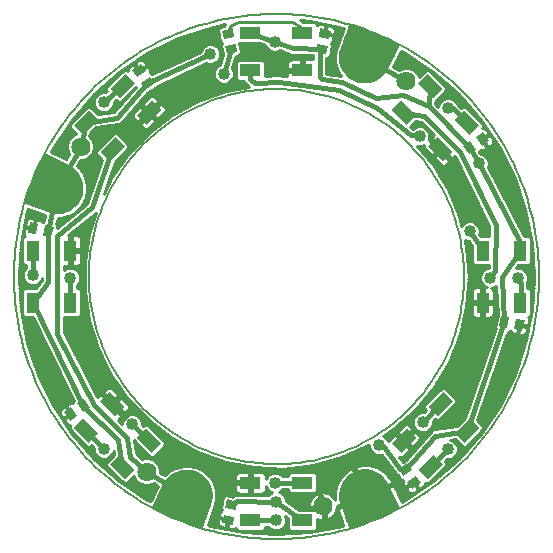
<source format=gtl>
G75*
%MOIN*%
%OFA0B0*%
%FSLAX24Y24*%
%IPPOS*%
%LPD*%
%AMOC8*
5,1,8,0,0,1.08239X$1,22.5*
%
%ADD10C,0.0050*%
%ADD11R,0.0709X0.0433*%
%ADD12R,0.0433X0.0709*%
%ADD13R,0.0276X0.0354*%
%ADD14C,0.0640*%
%ADD15C,0.1266*%
%ADD16C,0.0120*%
%ADD17C,0.0160*%
%ADD18C,0.0400*%
%ADD19C,0.0100*%
D10*
X002650Y008950D02*
X002652Y009108D01*
X002658Y009265D01*
X002668Y009423D01*
X002682Y009580D01*
X002700Y009736D01*
X002721Y009893D01*
X002747Y010048D01*
X002777Y010203D01*
X002810Y010357D01*
X002848Y010510D01*
X002889Y010663D01*
X002934Y010814D01*
X002983Y010964D01*
X003036Y011112D01*
X003092Y011260D01*
X003153Y011405D01*
X003216Y011550D01*
X003284Y011692D01*
X003355Y011833D01*
X003429Y011972D01*
X003507Y012109D01*
X003589Y012244D01*
X003673Y012377D01*
X003762Y012508D01*
X003853Y012636D01*
X003948Y012763D01*
X004045Y012886D01*
X004146Y013008D01*
X004250Y013126D01*
X004357Y013242D01*
X004467Y013355D01*
X004579Y013466D01*
X004695Y013573D01*
X004813Y013678D01*
X004933Y013780D01*
X005056Y013878D01*
X005182Y013974D01*
X005310Y014066D01*
X005440Y014155D01*
X005572Y014241D01*
X005707Y014323D01*
X005844Y014402D01*
X005982Y014477D01*
X006122Y014549D01*
X006265Y014617D01*
X006408Y014682D01*
X006554Y014743D01*
X006701Y014800D01*
X006849Y014854D01*
X006999Y014904D01*
X007149Y014950D01*
X007301Y014992D01*
X007454Y015031D01*
X007608Y015065D01*
X007763Y015096D01*
X007918Y015122D01*
X008074Y015145D01*
X008231Y015164D01*
X008388Y015179D01*
X008545Y015190D01*
X008703Y015197D01*
X008861Y015200D01*
X009018Y015199D01*
X009176Y015194D01*
X009333Y015185D01*
X009491Y015172D01*
X009647Y015155D01*
X009804Y015134D01*
X009959Y015110D01*
X010114Y015081D01*
X010269Y015048D01*
X010422Y015012D01*
X010575Y014971D01*
X010726Y014927D01*
X010876Y014879D01*
X011025Y014828D01*
X011173Y014772D01*
X011319Y014713D01*
X011464Y014650D01*
X011607Y014583D01*
X011748Y014513D01*
X011887Y014440D01*
X012025Y014363D01*
X012161Y014282D01*
X012294Y014198D01*
X012425Y014111D01*
X012554Y014020D01*
X012681Y013926D01*
X012806Y013829D01*
X012927Y013729D01*
X013047Y013626D01*
X013163Y013520D01*
X013277Y013411D01*
X013389Y013299D01*
X013497Y013185D01*
X013602Y013067D01*
X013705Y012947D01*
X013804Y012825D01*
X013900Y012700D01*
X013993Y012572D01*
X014083Y012443D01*
X014169Y012311D01*
X014253Y012177D01*
X014332Y012041D01*
X014409Y011903D01*
X014481Y011763D01*
X014550Y011621D01*
X014616Y011478D01*
X014678Y011333D01*
X014736Y011186D01*
X014791Y011038D01*
X014842Y010889D01*
X014889Y010738D01*
X014932Y010587D01*
X014971Y010434D01*
X015007Y010280D01*
X015038Y010126D01*
X015066Y009971D01*
X015090Y009815D01*
X015110Y009658D01*
X015126Y009501D01*
X015138Y009344D01*
X015146Y009187D01*
X015150Y009029D01*
X015150Y008871D01*
X015146Y008713D01*
X015138Y008556D01*
X015126Y008399D01*
X015110Y008242D01*
X015090Y008085D01*
X015066Y007929D01*
X015038Y007774D01*
X015007Y007620D01*
X014971Y007466D01*
X014932Y007313D01*
X014889Y007162D01*
X014842Y007011D01*
X014791Y006862D01*
X014736Y006714D01*
X014678Y006567D01*
X014616Y006422D01*
X014550Y006279D01*
X014481Y006137D01*
X014409Y005997D01*
X014332Y005859D01*
X014253Y005723D01*
X014169Y005589D01*
X014083Y005457D01*
X013993Y005328D01*
X013900Y005200D01*
X013804Y005075D01*
X013705Y004953D01*
X013602Y004833D01*
X013497Y004715D01*
X013389Y004601D01*
X013277Y004489D01*
X013163Y004380D01*
X013047Y004274D01*
X012927Y004171D01*
X012806Y004071D01*
X012681Y003974D01*
X012554Y003880D01*
X012425Y003789D01*
X012294Y003702D01*
X012161Y003618D01*
X012025Y003537D01*
X011887Y003460D01*
X011748Y003387D01*
X011607Y003317D01*
X011464Y003250D01*
X011319Y003187D01*
X011173Y003128D01*
X011025Y003072D01*
X010876Y003021D01*
X010726Y002973D01*
X010575Y002929D01*
X010422Y002888D01*
X010269Y002852D01*
X010114Y002819D01*
X009959Y002790D01*
X009804Y002766D01*
X009647Y002745D01*
X009491Y002728D01*
X009333Y002715D01*
X009176Y002706D01*
X009018Y002701D01*
X008861Y002700D01*
X008703Y002703D01*
X008545Y002710D01*
X008388Y002721D01*
X008231Y002736D01*
X008074Y002755D01*
X007918Y002778D01*
X007763Y002804D01*
X007608Y002835D01*
X007454Y002869D01*
X007301Y002908D01*
X007149Y002950D01*
X006999Y002996D01*
X006849Y003046D01*
X006701Y003100D01*
X006554Y003157D01*
X006408Y003218D01*
X006265Y003283D01*
X006122Y003351D01*
X005982Y003423D01*
X005844Y003498D01*
X005707Y003577D01*
X005572Y003659D01*
X005440Y003745D01*
X005310Y003834D01*
X005182Y003926D01*
X005056Y004022D01*
X004933Y004120D01*
X004813Y004222D01*
X004695Y004327D01*
X004579Y004434D01*
X004467Y004545D01*
X004357Y004658D01*
X004250Y004774D01*
X004146Y004892D01*
X004045Y005014D01*
X003948Y005137D01*
X003853Y005264D01*
X003762Y005392D01*
X003673Y005523D01*
X003589Y005656D01*
X003507Y005791D01*
X003429Y005928D01*
X003355Y006067D01*
X003284Y006208D01*
X003216Y006350D01*
X003153Y006495D01*
X003092Y006640D01*
X003036Y006788D01*
X002983Y006936D01*
X002934Y007086D01*
X002889Y007237D01*
X002848Y007390D01*
X002810Y007543D01*
X002777Y007697D01*
X002747Y007852D01*
X002721Y008007D01*
X002700Y008164D01*
X002682Y008320D01*
X002668Y008477D01*
X002658Y008635D01*
X002652Y008792D01*
X002650Y008950D01*
X000150Y008950D02*
X000153Y009165D01*
X000161Y009379D01*
X000174Y009594D01*
X000192Y009808D01*
X000216Y010021D01*
X000245Y010234D01*
X000279Y010446D01*
X000318Y010657D01*
X000363Y010867D01*
X000412Y011076D01*
X000467Y011284D01*
X000527Y011490D01*
X000592Y011695D01*
X000661Y011898D01*
X000736Y012099D01*
X000816Y012298D01*
X000901Y012496D01*
X000990Y012691D01*
X001084Y012884D01*
X001183Y013075D01*
X001287Y013263D01*
X001395Y013448D01*
X001508Y013631D01*
X001625Y013811D01*
X001746Y013988D01*
X001872Y014162D01*
X002002Y014333D01*
X002136Y014501D01*
X002274Y014665D01*
X002417Y014826D01*
X002563Y014983D01*
X002713Y015137D01*
X002867Y015287D01*
X003024Y015433D01*
X003185Y015576D01*
X003349Y015714D01*
X003517Y015848D01*
X003688Y015978D01*
X003862Y016104D01*
X004039Y016225D01*
X004219Y016342D01*
X004402Y016455D01*
X004587Y016563D01*
X004775Y016667D01*
X004966Y016766D01*
X005159Y016860D01*
X005354Y016949D01*
X005552Y017034D01*
X005751Y017114D01*
X005952Y017189D01*
X006155Y017258D01*
X006360Y017323D01*
X006566Y017383D01*
X006774Y017438D01*
X006983Y017487D01*
X007193Y017532D01*
X007404Y017571D01*
X007616Y017605D01*
X007829Y017634D01*
X008042Y017658D01*
X008256Y017676D01*
X008471Y017689D01*
X008685Y017697D01*
X008900Y017700D01*
X009115Y017697D01*
X009329Y017689D01*
X009544Y017676D01*
X009758Y017658D01*
X009971Y017634D01*
X010184Y017605D01*
X010396Y017571D01*
X010607Y017532D01*
X010817Y017487D01*
X011026Y017438D01*
X011234Y017383D01*
X011440Y017323D01*
X011645Y017258D01*
X011848Y017189D01*
X012049Y017114D01*
X012248Y017034D01*
X012446Y016949D01*
X012641Y016860D01*
X012834Y016766D01*
X013025Y016667D01*
X013213Y016563D01*
X013398Y016455D01*
X013581Y016342D01*
X013761Y016225D01*
X013938Y016104D01*
X014112Y015978D01*
X014283Y015848D01*
X014451Y015714D01*
X014615Y015576D01*
X014776Y015433D01*
X014933Y015287D01*
X015087Y015137D01*
X015237Y014983D01*
X015383Y014826D01*
X015526Y014665D01*
X015664Y014501D01*
X015798Y014333D01*
X015928Y014162D01*
X016054Y013988D01*
X016175Y013811D01*
X016292Y013631D01*
X016405Y013448D01*
X016513Y013263D01*
X016617Y013075D01*
X016716Y012884D01*
X016810Y012691D01*
X016899Y012496D01*
X016984Y012298D01*
X017064Y012099D01*
X017139Y011898D01*
X017208Y011695D01*
X017273Y011490D01*
X017333Y011284D01*
X017388Y011076D01*
X017437Y010867D01*
X017482Y010657D01*
X017521Y010446D01*
X017555Y010234D01*
X017584Y010021D01*
X017608Y009808D01*
X017626Y009594D01*
X017639Y009379D01*
X017647Y009165D01*
X017650Y008950D01*
X017647Y008735D01*
X017639Y008521D01*
X017626Y008306D01*
X017608Y008092D01*
X017584Y007879D01*
X017555Y007666D01*
X017521Y007454D01*
X017482Y007243D01*
X017437Y007033D01*
X017388Y006824D01*
X017333Y006616D01*
X017273Y006410D01*
X017208Y006205D01*
X017139Y006002D01*
X017064Y005801D01*
X016984Y005602D01*
X016899Y005404D01*
X016810Y005209D01*
X016716Y005016D01*
X016617Y004825D01*
X016513Y004637D01*
X016405Y004452D01*
X016292Y004269D01*
X016175Y004089D01*
X016054Y003912D01*
X015928Y003738D01*
X015798Y003567D01*
X015664Y003399D01*
X015526Y003235D01*
X015383Y003074D01*
X015237Y002917D01*
X015087Y002763D01*
X014933Y002613D01*
X014776Y002467D01*
X014615Y002324D01*
X014451Y002186D01*
X014283Y002052D01*
X014112Y001922D01*
X013938Y001796D01*
X013761Y001675D01*
X013581Y001558D01*
X013398Y001445D01*
X013213Y001337D01*
X013025Y001233D01*
X012834Y001134D01*
X012641Y001040D01*
X012446Y000951D01*
X012248Y000866D01*
X012049Y000786D01*
X011848Y000711D01*
X011645Y000642D01*
X011440Y000577D01*
X011234Y000517D01*
X011026Y000462D01*
X010817Y000413D01*
X010607Y000368D01*
X010396Y000329D01*
X010184Y000295D01*
X009971Y000266D01*
X009758Y000242D01*
X009544Y000224D01*
X009329Y000211D01*
X009115Y000203D01*
X008900Y000200D01*
X008685Y000203D01*
X008471Y000211D01*
X008256Y000224D01*
X008042Y000242D01*
X007829Y000266D01*
X007616Y000295D01*
X007404Y000329D01*
X007193Y000368D01*
X006983Y000413D01*
X006774Y000462D01*
X006566Y000517D01*
X006360Y000577D01*
X006155Y000642D01*
X005952Y000711D01*
X005751Y000786D01*
X005552Y000866D01*
X005354Y000951D01*
X005159Y001040D01*
X004966Y001134D01*
X004775Y001233D01*
X004587Y001337D01*
X004402Y001445D01*
X004219Y001558D01*
X004039Y001675D01*
X003862Y001796D01*
X003688Y001922D01*
X003517Y002052D01*
X003349Y002186D01*
X003185Y002324D01*
X003024Y002467D01*
X002867Y002613D01*
X002713Y002763D01*
X002563Y002917D01*
X002417Y003074D01*
X002274Y003235D01*
X002136Y003399D01*
X002002Y003567D01*
X001872Y003738D01*
X001746Y003912D01*
X001625Y004089D01*
X001508Y004269D01*
X001395Y004452D01*
X001287Y004637D01*
X001183Y004825D01*
X001084Y005016D01*
X000990Y005209D01*
X000901Y005404D01*
X000816Y005602D01*
X000736Y005801D01*
X000661Y006002D01*
X000592Y006205D01*
X000527Y006410D01*
X000467Y006616D01*
X000412Y006824D01*
X000363Y007033D01*
X000318Y007243D01*
X000279Y007454D01*
X000245Y007666D01*
X000216Y007879D01*
X000192Y008092D01*
X000174Y008306D01*
X000161Y008521D01*
X000153Y008735D01*
X000150Y008950D01*
D11*
G36*
X003030Y013095D02*
X003530Y013595D01*
X003836Y013289D01*
X003336Y012789D01*
X003030Y013095D01*
G37*
G36*
X002139Y013986D02*
X002639Y014486D01*
X002945Y014180D01*
X002445Y013680D01*
X002139Y013986D01*
G37*
G36*
X003364Y015211D02*
X003864Y015711D01*
X004170Y015405D01*
X003670Y014905D01*
X003364Y015211D01*
G37*
G36*
X004255Y014320D02*
X004755Y014820D01*
X005061Y014514D01*
X004561Y014014D01*
X004255Y014320D01*
G37*
X008034Y015820D03*
X008034Y017080D03*
X009766Y017080D03*
X009766Y015820D03*
G36*
X013045Y014820D02*
X013545Y014320D01*
X013239Y014014D01*
X012739Y014514D01*
X013045Y014820D01*
G37*
G36*
X013936Y015711D02*
X014436Y015211D01*
X014130Y014905D01*
X013630Y015405D01*
X013936Y015711D01*
G37*
G36*
X015161Y014486D02*
X015661Y013986D01*
X015355Y013680D01*
X014855Y014180D01*
X015161Y014486D01*
G37*
G36*
X014270Y013595D02*
X014770Y013095D01*
X014464Y012789D01*
X013964Y013289D01*
X014270Y013595D01*
G37*
G36*
X014770Y004805D02*
X014270Y004305D01*
X013964Y004611D01*
X014464Y005111D01*
X014770Y004805D01*
G37*
G36*
X015661Y003914D02*
X015161Y003414D01*
X014855Y003720D01*
X015355Y004220D01*
X015661Y003914D01*
G37*
G36*
X014436Y002689D02*
X013936Y002189D01*
X013630Y002495D01*
X014130Y002995D01*
X014436Y002689D01*
G37*
G36*
X013545Y003580D02*
X013045Y003080D01*
X012739Y003386D01*
X013239Y003886D01*
X013545Y003580D01*
G37*
X009766Y002080D03*
X009766Y000820D03*
X008034Y000820D03*
X008034Y002080D03*
G36*
X004755Y003080D02*
X004255Y003580D01*
X004561Y003886D01*
X005061Y003386D01*
X004755Y003080D01*
G37*
G36*
X003864Y002189D02*
X003364Y002689D01*
X003670Y002995D01*
X004170Y002495D01*
X003864Y002189D01*
G37*
G36*
X002639Y003414D02*
X002139Y003914D01*
X002445Y004220D01*
X002945Y003720D01*
X002639Y003414D01*
G37*
G36*
X003530Y004305D02*
X003030Y004805D01*
X003336Y005111D01*
X003836Y004611D01*
X003530Y004305D01*
G37*
D12*
X002030Y008084D03*
X000770Y008084D03*
X000770Y009816D03*
X002030Y009816D03*
X015770Y009816D03*
X017030Y009816D03*
X017030Y008084D03*
X015770Y008084D03*
D13*
G36*
X016599Y007240D02*
X016330Y007294D01*
X016399Y007640D01*
X016668Y007586D01*
X016599Y007240D01*
G37*
G36*
X017101Y007140D02*
X016832Y007194D01*
X016901Y007540D01*
X017170Y007486D01*
X017101Y007140D01*
G37*
G36*
X013128Y002300D02*
X012975Y002529D01*
X013268Y002726D01*
X013421Y002497D01*
X013128Y002300D01*
G37*
G36*
X013412Y001874D02*
X013259Y002103D01*
X013552Y002300D01*
X013705Y002071D01*
X013412Y001874D01*
G37*
G36*
X007190Y001251D02*
X007244Y001520D01*
X007590Y001451D01*
X007536Y001182D01*
X007190Y001251D01*
G37*
G36*
X007090Y000749D02*
X007144Y001018D01*
X007490Y000949D01*
X007436Y000680D01*
X007090Y000749D01*
G37*
G36*
X002250Y004722D02*
X002479Y004875D01*
X002676Y004582D01*
X002447Y004429D01*
X002250Y004722D01*
G37*
G36*
X001824Y004438D02*
X002053Y004591D01*
X002250Y004298D01*
X002021Y004145D01*
X001824Y004438D01*
G37*
G36*
X001201Y010660D02*
X001470Y010606D01*
X001401Y010260D01*
X001132Y010314D01*
X001201Y010660D01*
G37*
G36*
X000699Y010760D02*
X000968Y010706D01*
X000899Y010360D01*
X000630Y010414D01*
X000699Y010760D01*
G37*
G36*
X004672Y015600D02*
X004825Y015371D01*
X004532Y015174D01*
X004379Y015403D01*
X004672Y015600D01*
G37*
G36*
X004388Y016026D02*
X004541Y015797D01*
X004248Y015600D01*
X004095Y015829D01*
X004388Y016026D01*
G37*
G36*
X007144Y016881D02*
X007090Y017151D01*
X007436Y017221D01*
X007490Y016951D01*
X007144Y016881D01*
G37*
G36*
X007244Y016379D02*
X007190Y016649D01*
X007536Y016719D01*
X007590Y016449D01*
X007244Y016379D01*
G37*
G36*
X010610Y016649D02*
X010556Y016380D01*
X010210Y016449D01*
X010264Y016718D01*
X010610Y016649D01*
G37*
G36*
X010710Y017151D02*
X010656Y016882D01*
X010310Y016951D01*
X010364Y017220D01*
X010710Y017151D01*
G37*
G36*
X015550Y013178D02*
X015321Y013025D01*
X015124Y013318D01*
X015353Y013471D01*
X015550Y013178D01*
G37*
G36*
X015976Y013462D02*
X015747Y013309D01*
X015550Y013602D01*
X015779Y013755D01*
X015976Y013462D01*
G37*
D14*
X013230Y015460D03*
X002380Y013280D03*
X004570Y002440D03*
X010440Y001290D03*
D15*
X011850Y001650D03*
X005900Y001650D03*
X001600Y011900D03*
X011850Y016250D03*
D16*
X012366Y015646D02*
X012456Y015734D01*
X012530Y015834D01*
X012589Y015944D01*
X012941Y016664D01*
X011371Y017314D01*
X011111Y016556D01*
X011069Y016437D01*
X011047Y016312D01*
X011046Y016186D01*
X011065Y016061D01*
X011103Y015941D01*
X011161Y015828D01*
X011236Y015727D01*
X011327Y015638D01*
X011430Y015566D01*
X011544Y015511D01*
X011663Y015474D01*
X011787Y015457D01*
X011912Y015458D01*
X012035Y015478D01*
X012154Y015517D01*
X012265Y015574D01*
X012366Y015646D01*
X012309Y015605D02*
X011374Y015605D01*
X011239Y015724D02*
X012445Y015724D01*
X012535Y015842D02*
X011154Y015842D01*
X011097Y015961D02*
X012597Y015961D01*
X012655Y016079D02*
X011062Y016079D01*
X011046Y016198D02*
X012713Y016198D01*
X012771Y016316D02*
X011048Y016316D01*
X011069Y016435D02*
X012829Y016435D01*
X012887Y016553D02*
X011110Y016553D01*
X011150Y016672D02*
X012923Y016672D01*
X012637Y016790D02*
X011191Y016790D01*
X011232Y016909D02*
X012351Y016909D01*
X012065Y017027D02*
X011272Y017027D01*
X011313Y017146D02*
X011778Y017146D01*
X011492Y017264D02*
X011354Y017264D01*
X011624Y015487D02*
X012060Y015487D01*
X002333Y012204D02*
X002372Y012085D01*
X002392Y011962D01*
X002393Y011837D01*
X002376Y011713D01*
X002339Y011594D01*
X002284Y011480D01*
X002212Y011377D01*
X002123Y011286D01*
X002022Y011211D01*
X001909Y011153D01*
X001789Y011115D01*
X001664Y011096D01*
X001538Y011097D01*
X001413Y011119D01*
X001294Y011161D01*
X000536Y011421D01*
X001186Y012991D01*
X001906Y012639D01*
X002016Y012580D01*
X002116Y012506D01*
X002204Y012416D01*
X002276Y012315D01*
X002333Y012204D01*
X002344Y012169D02*
X000845Y012169D01*
X000894Y012287D02*
X002291Y012287D01*
X002212Y012406D02*
X000943Y012406D01*
X000993Y012524D02*
X002092Y012524D01*
X001899Y012643D02*
X001042Y012643D01*
X001091Y012761D02*
X001657Y012761D01*
X001415Y012880D02*
X001140Y012880D01*
X000796Y012050D02*
X002378Y012050D01*
X002392Y011932D02*
X000747Y011932D01*
X000698Y011813D02*
X002390Y011813D01*
X002370Y011695D02*
X000649Y011695D01*
X000600Y011576D02*
X002331Y011576D01*
X002268Y011458D02*
X000551Y011458D01*
X000774Y011339D02*
X002175Y011339D01*
X002035Y011221D02*
X001120Y011221D01*
X001511Y011102D02*
X001705Y011102D01*
X005596Y002383D02*
X005485Y002326D01*
X005384Y002254D01*
X005294Y002166D01*
X005220Y002066D01*
X005161Y001956D01*
X004809Y001236D01*
X006379Y000586D01*
X006639Y001344D01*
X006681Y001463D01*
X006703Y001588D01*
X006704Y001714D01*
X006685Y001839D01*
X006647Y001959D01*
X006589Y002072D01*
X006514Y002173D01*
X006423Y002262D01*
X006320Y002334D01*
X006206Y002389D01*
X006087Y002426D01*
X005963Y002443D01*
X005838Y002442D01*
X005715Y002422D01*
X005596Y002383D01*
X005498Y002333D02*
X006322Y002333D01*
X006472Y002215D02*
X005344Y002215D01*
X005242Y002096D02*
X006571Y002096D01*
X006637Y001978D02*
X005172Y001978D01*
X005113Y001859D02*
X006679Y001859D01*
X006700Y001741D02*
X005055Y001741D01*
X004997Y001622D02*
X006703Y001622D01*
X006688Y001504D02*
X004939Y001504D01*
X004881Y001385D02*
X006653Y001385D01*
X006613Y001267D02*
X004823Y001267D01*
X005021Y001148D02*
X006572Y001148D01*
X006531Y001030D02*
X005308Y001030D01*
X005594Y000911D02*
X006491Y000911D01*
X006450Y000793D02*
X005880Y000793D01*
X006166Y000674D02*
X006409Y000674D01*
X011074Y001463D02*
X011111Y001344D01*
X011371Y000586D01*
X012941Y001236D01*
X012589Y001956D01*
X012534Y002070D01*
X012462Y002173D01*
X012373Y002264D01*
X012272Y002339D01*
X012159Y002397D01*
X012039Y002435D01*
X011914Y002454D01*
X011788Y002453D01*
X011663Y002431D01*
X011544Y002389D01*
X011434Y002330D01*
X011334Y002256D01*
X011246Y002166D01*
X011174Y002065D01*
X011117Y001954D01*
X011078Y001835D01*
X011058Y001712D01*
X011057Y001587D01*
X011074Y001463D01*
X011069Y001504D02*
X012811Y001504D01*
X012753Y001622D02*
X011057Y001622D01*
X011063Y001741D02*
X012695Y001741D01*
X012637Y001859D02*
X011086Y001859D01*
X011129Y001978D02*
X012579Y001978D01*
X012516Y002096D02*
X011196Y002096D01*
X011293Y002215D02*
X012422Y002215D01*
X012280Y002333D02*
X011439Y002333D01*
X011781Y002452D02*
X011932Y002452D01*
X011098Y001385D02*
X012869Y001385D01*
X012927Y001267D02*
X011137Y001267D01*
X011178Y001148D02*
X012729Y001148D01*
X012442Y001030D02*
X011219Y001030D01*
X011259Y000911D02*
X012156Y000911D01*
X011870Y000793D02*
X011300Y000793D01*
X011341Y000674D02*
X011584Y000674D01*
D17*
X009766Y000820D02*
X008890Y001450D01*
X007592Y001453D01*
X007390Y001351D01*
X008034Y000820D02*
X008890Y000820D01*
X008850Y002080D02*
X009766Y002080D01*
X012330Y003320D02*
X012470Y003260D01*
X013030Y002550D01*
X013198Y002513D01*
X014200Y003650D01*
X015258Y003817D01*
X016499Y007440D01*
X016410Y008950D01*
X017030Y009816D01*
X017040Y010050D01*
X015642Y012721D01*
X015337Y013248D01*
X013970Y014630D01*
X013120Y014990D01*
X012230Y014910D01*
X011100Y015430D01*
X010410Y015520D01*
X010340Y015600D01*
X010340Y016480D01*
X010410Y016549D01*
X009440Y016560D01*
X008840Y016780D01*
X008034Y017080D01*
X007390Y016549D02*
X007140Y015710D01*
X006700Y016370D02*
X004602Y015387D01*
X003600Y014250D01*
X002542Y014083D01*
X002380Y013280D01*
X001600Y011900D01*
X001301Y010460D01*
X001300Y008770D01*
X000770Y008084D01*
X002463Y004652D01*
X003630Y003490D01*
X003767Y002592D01*
X004030Y002950D02*
X003930Y003580D01*
X002820Y004680D01*
X001600Y007050D01*
X001600Y010310D01*
X002760Y011260D01*
X003433Y013192D01*
X003140Y014760D02*
X003767Y015308D01*
X008030Y015520D02*
X008034Y015820D01*
X008030Y015520D02*
X008170Y015390D01*
X008990Y015450D01*
X011000Y015170D01*
X012250Y014570D01*
X013370Y013660D01*
X013670Y013630D01*
X013820Y014310D02*
X013142Y014417D01*
X013820Y014310D02*
X015020Y013100D01*
X016210Y010680D01*
X016200Y009130D01*
X016020Y008910D01*
X016940Y008914D02*
X017040Y008730D01*
X017030Y008084D01*
X015770Y009816D02*
X015340Y010460D01*
X015258Y014083D02*
X014770Y014560D01*
X014620Y014570D01*
X013970Y014630D02*
X014033Y015308D01*
X013230Y015460D02*
X011850Y016250D01*
X002030Y008910D02*
X002030Y008084D01*
X000770Y008990D02*
X000770Y009816D01*
X004090Y004030D02*
X004658Y003483D01*
X004030Y002950D02*
X004570Y002440D01*
X005900Y001650D01*
X003140Y003210D02*
X002542Y003817D01*
X013780Y004090D02*
X014367Y004708D01*
X014610Y003190D02*
X014033Y002592D01*
D18*
X014610Y003190D03*
X013780Y004090D03*
X012330Y003320D03*
X014600Y005550D03*
X016020Y008910D03*
X016940Y008914D03*
X015340Y010460D03*
X014840Y012100D03*
X015642Y012721D03*
X014620Y014570D03*
X013670Y013630D03*
X010740Y015850D03*
X008870Y016140D03*
X008840Y016780D03*
X007140Y015710D03*
X006700Y016370D03*
X003140Y014760D03*
X000770Y008990D03*
X002030Y008910D03*
X001370Y005490D03*
X003140Y003210D03*
X004090Y004030D03*
X008850Y002080D03*
X008890Y001450D03*
X008890Y000820D03*
D19*
X002822Y002872D02*
X002081Y003718D01*
X001457Y004653D01*
X000959Y005661D01*
X000598Y006725D01*
X000379Y007828D01*
X000305Y008950D01*
X000379Y010072D01*
X000598Y011175D01*
X000605Y011196D01*
X001197Y010993D01*
X001154Y010787D01*
X001110Y010757D01*
X001104Y010774D01*
X001082Y010807D01*
X001052Y010833D01*
X001017Y010850D01*
X000881Y010877D01*
X000821Y010575D01*
X000784Y010582D01*
X000777Y010545D01*
X000513Y010597D01*
X000478Y010422D01*
X000481Y010383D01*
X000494Y010346D01*
X000516Y010313D01*
X000530Y010300D01*
X000500Y010300D01*
X000424Y010224D01*
X000424Y009408D01*
X000500Y009332D01*
X000560Y009332D01*
X000560Y009247D01*
X000490Y009177D01*
X000440Y009056D01*
X000440Y008924D01*
X000490Y008803D01*
X000583Y008710D01*
X000704Y008660D01*
X000836Y008660D01*
X000957Y008710D01*
X001050Y008803D01*
X001090Y008900D01*
X001090Y008842D01*
X000879Y008568D01*
X000500Y008568D01*
X000424Y008492D01*
X000424Y007676D01*
X000500Y007600D01*
X000775Y007600D01*
X002150Y004812D01*
X002133Y004801D01*
X002118Y004727D01*
X002102Y004735D01*
X002063Y004742D01*
X002024Y004740D01*
X001986Y004727D01*
X001871Y004650D01*
X002043Y004394D01*
X002011Y004373D01*
X001840Y004629D01*
X001724Y004552D01*
X001698Y004522D01*
X001681Y004487D01*
X001673Y004448D01*
X001676Y004409D01*
X001689Y004371D01*
X001788Y004223D01*
X002011Y004373D01*
X002032Y004341D01*
X001809Y004192D01*
X001908Y004044D01*
X001937Y004018D01*
X001973Y004000D01*
X002012Y003993D01*
X002034Y003994D01*
X002008Y003968D01*
X002008Y003861D01*
X002586Y003283D01*
X002693Y003283D01*
X002733Y003323D01*
X002810Y003246D01*
X002810Y003144D01*
X002860Y003023D01*
X002953Y002930D01*
X003074Y002880D01*
X003206Y002880D01*
X003327Y002930D01*
X003420Y003023D01*
X003470Y003144D01*
X003470Y003146D01*
X003492Y003002D01*
X003233Y002743D01*
X003233Y002636D01*
X003811Y002058D01*
X003918Y002058D01*
X004146Y002287D01*
X004189Y002185D01*
X004315Y002059D01*
X004480Y001990D01*
X004660Y001990D01*
X004811Y002053D01*
X004955Y001967D01*
X004705Y001456D01*
X004602Y001507D01*
X003668Y002131D01*
X002822Y002872D01*
X002837Y002860D02*
X003349Y002860D01*
X003355Y002958D02*
X003448Y002958D01*
X003434Y003057D02*
X003484Y003057D01*
X003251Y002761D02*
X002949Y002761D01*
X003062Y002663D02*
X003233Y002663D01*
X003174Y002564D02*
X003305Y002564D01*
X003286Y002466D02*
X003404Y002466D01*
X003399Y002367D02*
X003502Y002367D01*
X003511Y002269D02*
X003601Y002269D01*
X003623Y002170D02*
X003699Y002170D01*
X003757Y002072D02*
X003798Y002072D01*
X003931Y002072D02*
X004302Y002072D01*
X004204Y002170D02*
X004030Y002170D01*
X004128Y002269D02*
X004154Y002269D01*
X003904Y001973D02*
X004945Y001973D01*
X004909Y001875D02*
X004052Y001875D01*
X004199Y001776D02*
X004861Y001776D01*
X004813Y001678D02*
X004347Y001678D01*
X004494Y001579D02*
X004765Y001579D01*
X004717Y001481D02*
X004655Y001481D01*
X005176Y002325D02*
X005020Y002417D01*
X005020Y002530D01*
X004951Y002695D01*
X004825Y002821D01*
X004660Y002890D01*
X004480Y002890D01*
X004424Y002867D01*
X004226Y003054D01*
X004156Y003495D01*
X004701Y002949D01*
X004809Y002949D01*
X005192Y003332D01*
X005192Y003439D01*
X004614Y004017D01*
X004507Y004017D01*
X004458Y003968D01*
X004420Y004004D01*
X004420Y004096D01*
X004370Y004217D01*
X004277Y004310D01*
X004156Y004360D01*
X004024Y004360D01*
X003903Y004310D01*
X003810Y004217D01*
X003760Y004096D01*
X003760Y004044D01*
X003620Y004183D01*
X003623Y004184D01*
X003754Y004316D01*
X003433Y004637D01*
X003504Y004708D01*
X003433Y004779D01*
X003657Y005002D01*
X003428Y005232D01*
X003393Y005251D01*
X003355Y005262D01*
X003316Y005262D01*
X003278Y005251D01*
X003243Y005232D01*
X003112Y005100D01*
X003433Y004779D01*
X003362Y004708D01*
X003041Y005029D01*
X002932Y004921D01*
X001810Y007101D01*
X001810Y007600D01*
X002300Y007600D01*
X002376Y007676D01*
X002376Y008492D01*
X002300Y008568D01*
X002240Y008568D01*
X002240Y008653D01*
X002310Y008723D01*
X002360Y008844D01*
X002360Y008976D01*
X002310Y009097D01*
X002217Y009190D01*
X002096Y009240D01*
X001964Y009240D01*
X001843Y009190D01*
X001810Y009157D01*
X001810Y009312D01*
X001980Y009312D01*
X001980Y009766D01*
X002080Y009766D01*
X002080Y009312D01*
X002266Y009312D01*
X002304Y009322D01*
X002339Y009342D01*
X002366Y009370D01*
X002386Y009404D01*
X002396Y009442D01*
X002396Y009766D01*
X002080Y009766D01*
X002080Y009866D01*
X002396Y009866D01*
X002396Y010190D01*
X002386Y010228D01*
X002366Y010263D01*
X002339Y010291D01*
X002304Y010310D01*
X002266Y010320D01*
X002080Y010320D01*
X002080Y009866D01*
X001980Y009866D01*
X001980Y010320D01*
X001944Y010320D01*
X002874Y011082D01*
X002877Y011083D01*
X002663Y010409D01*
X002514Y009440D01*
X002514Y008460D01*
X002663Y007491D01*
X002959Y006556D01*
X002959Y006556D01*
X003394Y005677D01*
X003394Y005677D01*
X003959Y004875D01*
X004639Y004168D01*
X005418Y003574D01*
X005418Y003574D01*
X006280Y003105D01*
X007203Y002774D01*
X008165Y002587D01*
X008165Y002587D01*
X009145Y002550D01*
X009145Y002550D01*
X010119Y002662D01*
X010119Y002662D01*
X011065Y002922D01*
X011960Y003323D01*
X012000Y003349D01*
X012000Y003254D01*
X012050Y003133D01*
X012143Y003040D01*
X012264Y002990D01*
X012396Y002990D01*
X012411Y002996D01*
X012859Y002428D01*
X012899Y002364D01*
X012911Y002361D01*
X012919Y002352D01*
X012937Y002349D01*
X013049Y002183D01*
X013123Y002168D01*
X013115Y002152D01*
X013108Y002113D01*
X013110Y002074D01*
X013123Y002036D01*
X013200Y001921D01*
X013456Y002093D01*
X013477Y002061D01*
X013221Y001890D01*
X013298Y001774D01*
X013328Y001748D01*
X013363Y001731D01*
X013402Y001723D01*
X013441Y001726D01*
X013479Y001739D01*
X013627Y001838D01*
X013477Y002061D01*
X013509Y002082D01*
X013658Y001859D01*
X013806Y001958D01*
X013832Y001987D01*
X013850Y002023D01*
X013857Y002062D01*
X013856Y002084D01*
X013882Y002058D01*
X013989Y002058D01*
X014567Y002636D01*
X014567Y002743D01*
X014518Y002792D01*
X014583Y002860D01*
X014676Y002860D01*
X014797Y002910D01*
X014890Y003003D01*
X014940Y003124D01*
X014940Y003256D01*
X014890Y003377D01*
X014797Y003470D01*
X014689Y003515D01*
X014850Y003540D01*
X015107Y003283D01*
X015214Y003283D01*
X015792Y003861D01*
X015792Y003968D01*
X015598Y004162D01*
X016606Y007105D01*
X016627Y007101D01*
X016690Y007143D01*
X016696Y007126D01*
X016718Y007093D01*
X016748Y007067D01*
X016783Y007050D01*
X016919Y007023D01*
X016979Y007325D01*
X017016Y007318D01*
X017023Y007355D01*
X017287Y007303D01*
X017322Y007478D01*
X017319Y007517D01*
X017306Y007554D01*
X017284Y007587D01*
X017270Y007600D01*
X017300Y007600D01*
X017376Y007676D01*
X017376Y008492D01*
X017300Y008568D01*
X017248Y008568D01*
X017250Y008698D01*
X017266Y008754D01*
X017251Y008782D01*
X017251Y008803D01*
X017270Y008848D01*
X017270Y008979D01*
X017220Y009101D01*
X017127Y009194D01*
X017006Y009244D01*
X016879Y009244D01*
X016942Y009332D01*
X017300Y009332D01*
X017376Y009408D01*
X017376Y010224D01*
X017300Y010300D01*
X017146Y010300D01*
X015946Y012593D01*
X015972Y012655D01*
X015972Y012786D01*
X015921Y012908D01*
X015829Y013000D01*
X015707Y013051D01*
X015694Y013051D01*
X015666Y013098D01*
X015667Y013099D01*
X015682Y013173D01*
X015698Y013165D01*
X015737Y013158D01*
X015776Y013160D01*
X015814Y013173D01*
X015929Y013250D01*
X015757Y013506D01*
X015789Y013527D01*
X015960Y013271D01*
X016076Y013348D01*
X016102Y013378D01*
X016119Y013413D01*
X016127Y013452D01*
X016124Y013491D01*
X016111Y013529D01*
X016012Y013677D01*
X015789Y013527D01*
X015768Y013559D01*
X015991Y013708D01*
X015892Y013856D01*
X015863Y013882D01*
X015827Y013900D01*
X015788Y013907D01*
X015766Y013906D01*
X015792Y013932D01*
X015792Y014039D01*
X015214Y014617D01*
X015107Y014617D01*
X015060Y014570D01*
X014923Y014704D01*
X014920Y014707D01*
X014900Y014757D01*
X014807Y014850D01*
X014686Y014900D01*
X014554Y014900D01*
X014433Y014850D01*
X014340Y014757D01*
X014290Y014636D01*
X014290Y014605D01*
X014188Y014708D01*
X014195Y014785D01*
X014567Y015157D01*
X014567Y015264D01*
X013989Y015842D01*
X013882Y015842D01*
X013654Y015613D01*
X013611Y015715D01*
X013485Y015841D01*
X013320Y015910D01*
X013140Y015910D01*
X012982Y015844D01*
X012802Y015947D01*
X013055Y016464D01*
X013198Y016393D01*
X014132Y015769D01*
X014978Y015028D01*
X015719Y014182D01*
X016343Y013248D01*
X016841Y012239D01*
X017202Y011175D01*
X017421Y010072D01*
X017495Y008950D01*
X017421Y007828D01*
X017202Y006725D01*
X016841Y005661D01*
X016343Y004652D01*
X015719Y003718D01*
X014978Y002872D01*
X014132Y002131D01*
X013198Y001507D01*
X013073Y001445D01*
X012806Y001992D01*
X011915Y001623D01*
X011877Y001715D01*
X012765Y002083D01*
X012763Y002089D01*
X012704Y002198D01*
X012633Y002299D01*
X012549Y002390D01*
X012549Y002390D01*
X012455Y002470D01*
X012351Y002538D01*
X012240Y002592D01*
X012123Y002633D01*
X012002Y002658D01*
X011879Y002668D01*
X011756Y002662D01*
X011634Y002642D01*
X011515Y002606D01*
X011509Y002603D01*
X011877Y001715D01*
X011785Y001677D01*
X011418Y002563D01*
X011404Y002557D01*
X011300Y002496D01*
X011300Y002496D01*
X011203Y002423D01*
X011116Y002339D01*
X011095Y002313D01*
X011039Y002245D01*
X011020Y002215D01*
X010974Y002144D01*
X010974Y002144D01*
X010956Y002107D01*
X010921Y002035D01*
X010921Y002035D01*
X010882Y001920D01*
X010856Y001802D01*
X010844Y001682D01*
X010844Y001682D01*
X010846Y001561D01*
X010846Y001561D01*
X010852Y001516D01*
X010842Y001536D01*
X010798Y001596D01*
X010746Y001648D01*
X010686Y001692D01*
X010620Y001726D01*
X010550Y001748D01*
X010477Y001760D01*
X010403Y001760D01*
X010397Y001759D01*
X010479Y001349D01*
X010381Y001329D01*
X010401Y001231D01*
X010499Y001251D01*
X010581Y000841D01*
X010620Y000854D01*
X010686Y000888D01*
X010746Y000932D01*
X010798Y000984D01*
X010842Y001044D01*
X010876Y001110D01*
X010898Y001180D01*
X010910Y001253D01*
X010910Y001315D01*
X011785Y001677D01*
X011823Y001585D01*
X010933Y001216D01*
X011044Y000897D01*
X011128Y000649D01*
X011125Y000648D01*
X010022Y000429D01*
X008900Y000355D01*
X007778Y000429D01*
X006675Y000648D01*
X006609Y000670D01*
X006819Y001282D01*
X006840Y001343D01*
X006854Y001353D01*
X006865Y001415D01*
X006886Y001475D01*
X006879Y001491D01*
X006879Y001494D01*
X006892Y001507D01*
X006892Y001570D01*
X006903Y001632D01*
X006893Y001647D01*
X006893Y001650D01*
X006904Y001665D01*
X006894Y001727D01*
X006895Y001790D01*
X006883Y001803D01*
X006882Y001807D01*
X006890Y001822D01*
X006871Y001883D01*
X006861Y001945D01*
X006847Y001956D01*
X006846Y001959D01*
X006852Y001976D01*
X006823Y002032D01*
X006803Y002092D01*
X006788Y002100D01*
X006786Y002104D01*
X006789Y002121D01*
X006751Y002172D01*
X006722Y002228D01*
X006706Y002234D01*
X006703Y002237D01*
X006703Y002254D01*
X006658Y002299D01*
X006620Y002350D01*
X006603Y002352D01*
X006600Y002355D01*
X006597Y002372D01*
X006545Y002408D01*
X006500Y002453D01*
X006482Y002452D01*
X006479Y002455D01*
X006473Y002471D01*
X006416Y002499D01*
X006365Y002535D01*
X006347Y002532D01*
X006345Y002533D01*
X006337Y002548D01*
X006276Y002567D01*
X006218Y002594D01*
X006202Y002589D01*
X006202Y002589D01*
X006192Y002602D01*
X006128Y002612D01*
X006067Y002630D01*
X006052Y002622D01*
X006052Y002623D01*
X006040Y002634D01*
X005976Y002633D01*
X005912Y002643D01*
X005899Y002633D01*
X005899Y002633D01*
X005885Y002642D01*
X005822Y002632D01*
X005758Y002631D01*
X005746Y002619D01*
X005746Y002619D01*
X005731Y002627D01*
X005670Y002607D01*
X005607Y002596D01*
X005597Y002583D01*
X005596Y002583D01*
X005581Y002588D01*
X005523Y002559D01*
X005463Y002539D01*
X005455Y002524D01*
X005455Y002524D01*
X005438Y002527D01*
X005386Y002489D01*
X005329Y002460D01*
X005324Y002445D01*
X005323Y002444D01*
X005307Y002444D01*
X005261Y002400D01*
X005209Y002362D01*
X005206Y002346D01*
X005206Y002346D01*
X005189Y002343D01*
X005176Y002325D01*
X005216Y002367D02*
X005104Y002367D01*
X005020Y002466D02*
X005339Y002466D01*
X005533Y002564D02*
X005006Y002564D01*
X004965Y002663D02*
X007777Y002663D01*
X007660Y002446D02*
X007622Y002436D01*
X007587Y002416D01*
X007559Y002389D01*
X007540Y002354D01*
X007530Y002316D01*
X007530Y002130D01*
X007984Y002130D01*
X007984Y002446D01*
X007660Y002446D01*
X007547Y002367D02*
X006598Y002367D01*
X006689Y002269D02*
X007530Y002269D01*
X007530Y002170D02*
X006753Y002170D01*
X006810Y002072D02*
X007984Y002072D01*
X007984Y002030D02*
X007530Y002030D01*
X007530Y001844D01*
X007540Y001805D01*
X007559Y001771D01*
X007587Y001743D01*
X007622Y001724D01*
X007660Y001713D01*
X007984Y001713D01*
X007984Y002030D01*
X008084Y002030D01*
X008084Y001713D01*
X008408Y001713D01*
X008446Y001724D01*
X008480Y001743D01*
X008508Y001771D01*
X008528Y001805D01*
X008538Y001844D01*
X008538Y001970D01*
X008570Y001893D01*
X008663Y001800D01*
X008768Y001757D01*
X008703Y001730D01*
X008634Y001661D01*
X007626Y001663D01*
X007575Y001680D01*
X007542Y001663D01*
X007505Y001663D01*
X007467Y001626D01*
X007443Y001613D01*
X007215Y001659D01*
X007126Y001599D01*
X007051Y001223D01*
X007093Y001160D01*
X007076Y001154D01*
X007043Y001132D01*
X007017Y001102D01*
X007000Y001067D01*
X006973Y000931D01*
X007275Y000871D01*
X007268Y000834D01*
X007305Y000827D01*
X007253Y000563D01*
X007428Y000528D01*
X007467Y000531D01*
X007504Y000544D01*
X007537Y000566D01*
X007550Y000580D01*
X007550Y000550D01*
X007626Y000474D01*
X008442Y000474D01*
X008518Y000550D01*
X008518Y000610D01*
X008633Y000610D01*
X008703Y000540D01*
X008824Y000490D01*
X008956Y000490D01*
X009077Y000540D01*
X009170Y000633D01*
X009220Y000754D01*
X009220Y000886D01*
X009180Y000983D01*
X009282Y000910D01*
X009282Y000550D01*
X009358Y000474D01*
X010174Y000474D01*
X010250Y000550D01*
X010250Y000859D01*
X010260Y000854D01*
X010330Y000832D01*
X010403Y000820D01*
X010477Y000820D01*
X010483Y000821D01*
X010401Y001231D01*
X010078Y001167D01*
X009644Y001167D01*
X009220Y001471D01*
X009220Y001516D01*
X009170Y001637D01*
X009077Y001730D01*
X008972Y001773D01*
X009037Y001800D01*
X009107Y001870D01*
X009282Y001870D01*
X009282Y001810D01*
X009358Y001733D01*
X010174Y001733D01*
X010250Y001810D01*
X010250Y002350D01*
X010174Y002426D01*
X009358Y002426D01*
X009282Y002350D01*
X009282Y002290D01*
X009107Y002290D01*
X009037Y002360D01*
X008916Y002410D01*
X008784Y002410D01*
X008663Y002360D01*
X008570Y002267D01*
X008538Y002190D01*
X008538Y002316D01*
X008528Y002354D01*
X008508Y002389D01*
X008480Y002416D01*
X008446Y002436D01*
X008408Y002446D01*
X008084Y002446D01*
X008084Y002130D01*
X007984Y002130D01*
X007984Y002030D01*
X007984Y001973D02*
X008084Y001973D01*
X008084Y001875D02*
X007984Y001875D01*
X007984Y001776D02*
X008084Y001776D01*
X008511Y001776D02*
X008722Y001776D01*
X008651Y001678D02*
X007582Y001678D01*
X007570Y001678D02*
X006902Y001678D01*
X006895Y001776D02*
X007557Y001776D01*
X007530Y001875D02*
X006874Y001875D01*
X006851Y001973D02*
X007530Y001973D01*
X007984Y002170D02*
X008084Y002170D01*
X008084Y002269D02*
X007984Y002269D01*
X007984Y002367D02*
X008084Y002367D01*
X008521Y002367D02*
X008681Y002367D01*
X008572Y002269D02*
X008538Y002269D01*
X008772Y002564D02*
X006284Y002564D01*
X006475Y002466D02*
X011260Y002466D01*
X011203Y002423D02*
X011203Y002423D01*
X011145Y002367D02*
X010234Y002367D01*
X010250Y002269D02*
X011058Y002269D01*
X011039Y002245D02*
X011039Y002245D01*
X010991Y002170D02*
X010250Y002170D01*
X010250Y002072D02*
X010939Y002072D01*
X010900Y001973D02*
X010250Y001973D01*
X010250Y001875D02*
X010872Y001875D01*
X010882Y001920D02*
X010882Y001920D01*
X010856Y001802D02*
X010856Y001802D01*
X010853Y001776D02*
X010217Y001776D01*
X010260Y001726D02*
X010194Y001692D01*
X010134Y001648D01*
X010082Y001596D01*
X010038Y001536D01*
X010004Y001470D01*
X009982Y001400D01*
X009970Y001327D01*
X009970Y001253D01*
X009971Y001247D01*
X010381Y001329D01*
X010299Y001739D01*
X010260Y001726D01*
X010312Y001678D02*
X010414Y001678D01*
X010433Y001579D02*
X010331Y001579D01*
X010351Y001481D02*
X010453Y001481D01*
X010473Y001382D02*
X010371Y001382D01*
X010390Y001284D02*
X010152Y001284D01*
X010170Y001185D02*
X009618Y001185D01*
X009481Y001284D02*
X009970Y001284D01*
X009979Y001382D02*
X009344Y001382D01*
X009220Y001481D02*
X010010Y001481D01*
X010069Y001579D02*
X009194Y001579D01*
X009129Y001678D02*
X010174Y001678D01*
X010706Y001678D02*
X010844Y001678D01*
X010846Y001579D02*
X010811Y001579D01*
X010910Y001284D02*
X011096Y001284D01*
X011072Y001382D02*
X011334Y001382D01*
X011310Y001481D02*
X011571Y001481D01*
X011548Y001579D02*
X011809Y001579D01*
X011786Y001678D02*
X011784Y001678D01*
X011744Y001776D02*
X011852Y001776D01*
X011893Y001678D02*
X012047Y001678D01*
X012024Y001776D02*
X012285Y001776D01*
X012261Y001875D02*
X012523Y001875D01*
X012499Y001973D02*
X012760Y001973D01*
X012815Y001973D02*
X013165Y001973D01*
X013111Y002072D02*
X012737Y002072D01*
X012719Y002170D02*
X013112Y002170D01*
X012991Y002269D02*
X012654Y002269D01*
X012570Y002367D02*
X012897Y002367D01*
X012829Y002466D02*
X012461Y002466D01*
X012298Y002564D02*
X012751Y002564D01*
X012674Y002663D02*
X011944Y002663D01*
X012002Y002658D02*
X012002Y002658D01*
X011879Y002668D02*
X011879Y002668D01*
X011757Y002663D02*
X010121Y002663D01*
X010479Y002761D02*
X012596Y002761D01*
X012518Y002860D02*
X010838Y002860D01*
X011065Y002922D02*
X011065Y002922D01*
X011145Y002958D02*
X012441Y002958D01*
X012127Y003057D02*
X011365Y003057D01*
X011585Y003155D02*
X012041Y003155D01*
X012000Y003254D02*
X011804Y003254D01*
X011960Y003323D02*
X011960Y003323D01*
X012438Y003633D02*
X012783Y003856D01*
X013515Y004509D01*
X014139Y005265D01*
X014640Y006108D01*
X015007Y007017D01*
X015007Y007017D01*
X015230Y007972D01*
X015230Y007972D01*
X015305Y008950D01*
X015230Y009928D01*
X015173Y010172D01*
X015274Y010130D01*
X015308Y010130D01*
X015424Y009957D01*
X015424Y009408D01*
X015500Y009332D01*
X015991Y009332D01*
X015991Y009240D01*
X015954Y009240D01*
X015833Y009190D01*
X015740Y009097D01*
X015690Y008976D01*
X015690Y008844D01*
X015740Y008723D01*
X015833Y008630D01*
X015935Y008588D01*
X015820Y008588D01*
X015820Y008134D01*
X015720Y008134D01*
X015720Y008588D01*
X015534Y008588D01*
X015496Y008578D01*
X015461Y008558D01*
X015434Y008530D01*
X015414Y008496D01*
X015404Y008458D01*
X015404Y008134D01*
X015720Y008134D01*
X015720Y008034D01*
X015404Y008034D01*
X015404Y007710D01*
X015414Y007672D01*
X015434Y007637D01*
X015461Y007609D01*
X015496Y007590D01*
X015534Y007580D01*
X015720Y007580D01*
X015720Y008034D01*
X015820Y008034D01*
X015820Y008134D01*
X016137Y008134D01*
X016137Y008458D01*
X016126Y008496D01*
X016107Y008530D01*
X016079Y008558D01*
X016045Y008578D01*
X016037Y008580D01*
X016086Y008580D01*
X016207Y008630D01*
X016218Y008641D01*
X016274Y007683D01*
X016191Y007265D01*
X016208Y007240D01*
X015176Y004225D01*
X014928Y003978D01*
X014177Y003859D01*
X014100Y003854D01*
X014092Y003846D01*
X014081Y003844D01*
X014036Y003781D01*
X013208Y002842D01*
X013116Y002780D01*
X012991Y002938D01*
X013025Y002929D01*
X013064Y002929D01*
X013103Y002940D01*
X013137Y002959D01*
X013366Y003188D01*
X013142Y003412D01*
X013213Y003483D01*
X013142Y003554D01*
X013071Y003483D01*
X012848Y003707D01*
X012621Y003480D01*
X012610Y003507D01*
X012517Y003600D01*
X012438Y003633D01*
X012461Y003648D02*
X012788Y003648D01*
X012907Y003648D02*
X013048Y003648D01*
X013005Y003549D02*
X013137Y003549D01*
X013142Y003554D02*
X012918Y003777D01*
X013147Y004007D01*
X013182Y004026D01*
X013220Y004037D01*
X013259Y004037D01*
X013297Y004026D01*
X013332Y004007D01*
X013463Y003875D01*
X013142Y003554D01*
X013147Y003549D02*
X013279Y003549D01*
X013213Y003483D02*
X013534Y003804D01*
X013666Y003673D01*
X013686Y003638D01*
X013696Y003600D01*
X013696Y003561D01*
X013686Y003523D01*
X013666Y003488D01*
X013437Y003259D01*
X013213Y003483D01*
X013180Y003451D02*
X013245Y003451D01*
X013202Y003352D02*
X013344Y003352D01*
X013301Y003254D02*
X013571Y003254D01*
X013530Y003352D02*
X013657Y003352D01*
X013628Y003451D02*
X013744Y003451D01*
X013693Y003549D02*
X013831Y003549D01*
X013918Y003648D02*
X013680Y003648D01*
X013714Y003760D02*
X013593Y003810D01*
X013500Y003903D01*
X013450Y004024D01*
X013450Y004156D01*
X013500Y004277D01*
X013593Y004370D01*
X013714Y004420D01*
X013804Y004420D01*
X013885Y004505D01*
X013833Y004557D01*
X013833Y004664D01*
X014411Y005242D01*
X014518Y005242D01*
X014901Y004859D01*
X014901Y004751D01*
X014323Y004174D01*
X014216Y004174D01*
X014182Y004208D01*
X014110Y004132D01*
X014110Y004024D01*
X014060Y003903D01*
X013967Y003810D01*
X013846Y003760D01*
X013714Y003760D01*
X013592Y003746D02*
X014005Y003746D01*
X014001Y003845D02*
X014085Y003845D01*
X014076Y003943D02*
X014709Y003943D01*
X014992Y004042D02*
X014110Y004042D01*
X014117Y004140D02*
X015091Y004140D01*
X015180Y004239D02*
X014388Y004239D01*
X014486Y004337D02*
X015214Y004337D01*
X015248Y004436D02*
X014585Y004436D01*
X014683Y004534D02*
X015282Y004534D01*
X015315Y004633D02*
X014782Y004633D01*
X014880Y004731D02*
X015349Y004731D01*
X015383Y004830D02*
X014901Y004830D01*
X014832Y004928D02*
X015417Y004928D01*
X015450Y005027D02*
X014733Y005027D01*
X014635Y005125D02*
X015484Y005125D01*
X015518Y005224D02*
X014536Y005224D01*
X014393Y005224D02*
X014105Y005224D01*
X014139Y005265D02*
X014139Y005265D01*
X014173Y005322D02*
X015551Y005322D01*
X015585Y005421D02*
X014231Y005421D01*
X014290Y005519D02*
X015619Y005519D01*
X015653Y005618D02*
X014348Y005618D01*
X014407Y005716D02*
X015686Y005716D01*
X015720Y005815D02*
X014465Y005815D01*
X014524Y005913D02*
X015754Y005913D01*
X015788Y006012D02*
X014583Y006012D01*
X014640Y006108D02*
X014640Y006108D01*
X014641Y006110D02*
X015821Y006110D01*
X015855Y006209D02*
X014680Y006209D01*
X014720Y006307D02*
X015889Y006307D01*
X015923Y006406D02*
X014760Y006406D01*
X014800Y006504D02*
X015956Y006504D01*
X015990Y006603D02*
X014839Y006603D01*
X014879Y006701D02*
X016024Y006701D01*
X016058Y006800D02*
X014919Y006800D01*
X014958Y006898D02*
X016091Y006898D01*
X016125Y006997D02*
X014998Y006997D01*
X015025Y007095D02*
X016159Y007095D01*
X016193Y007194D02*
X015048Y007194D01*
X015071Y007292D02*
X016197Y007292D01*
X016216Y007391D02*
X015094Y007391D01*
X015117Y007489D02*
X016236Y007489D01*
X016255Y007588D02*
X016036Y007588D01*
X016045Y007590D02*
X016079Y007609D01*
X016107Y007637D01*
X016126Y007672D01*
X016137Y007710D01*
X016137Y008034D01*
X015820Y008034D01*
X015820Y007580D01*
X016006Y007580D01*
X016045Y007590D01*
X016130Y007686D02*
X016274Y007686D01*
X016268Y007785D02*
X016137Y007785D01*
X016137Y007883D02*
X016262Y007883D01*
X016257Y007982D02*
X016137Y007982D01*
X016251Y008080D02*
X015820Y008080D01*
X015820Y007982D02*
X015720Y007982D01*
X015720Y008080D02*
X015238Y008080D01*
X015231Y007982D02*
X015404Y007982D01*
X015404Y007883D02*
X015209Y007883D01*
X015186Y007785D02*
X015404Y007785D01*
X015410Y007686D02*
X015163Y007686D01*
X015140Y007588D02*
X015504Y007588D01*
X015720Y007588D02*
X015820Y007588D01*
X015820Y007686D02*
X015720Y007686D01*
X015720Y007785D02*
X015820Y007785D01*
X015820Y007883D02*
X015720Y007883D01*
X015720Y008179D02*
X015820Y008179D01*
X015820Y008277D02*
X015720Y008277D01*
X015720Y008376D02*
X015820Y008376D01*
X015820Y008474D02*
X015720Y008474D01*
X015720Y008573D02*
X015820Y008573D01*
X015792Y008671D02*
X015284Y008671D01*
X015291Y008770D02*
X015721Y008770D01*
X015690Y008868D02*
X015299Y008868D01*
X015304Y008967D02*
X015690Y008967D01*
X015727Y009065D02*
X015296Y009065D01*
X015289Y009164D02*
X015807Y009164D01*
X015991Y009262D02*
X015281Y009262D01*
X015273Y009361D02*
X015471Y009361D01*
X015424Y009459D02*
X015266Y009459D01*
X015258Y009558D02*
X015424Y009558D01*
X015424Y009656D02*
X015251Y009656D01*
X015243Y009755D02*
X015424Y009755D01*
X015424Y009853D02*
X015236Y009853D01*
X015230Y009928D02*
X015230Y009928D01*
X015224Y009952D02*
X015424Y009952D01*
X015361Y010050D02*
X015201Y010050D01*
X015178Y010149D02*
X015230Y010149D01*
X015657Y010363D02*
X015670Y010394D01*
X015670Y010526D01*
X015620Y010647D01*
X015527Y010740D01*
X015406Y010790D01*
X015274Y010790D01*
X015153Y010740D01*
X015061Y010648D01*
X015007Y010883D01*
X014640Y011792D01*
X014139Y012635D01*
X013583Y013309D01*
X013604Y013300D01*
X013736Y013300D01*
X013820Y013335D01*
X013813Y013309D01*
X013813Y013270D01*
X013824Y013232D01*
X013843Y013197D01*
X014072Y012968D01*
X014296Y013192D01*
X014367Y013121D01*
X014438Y013192D01*
X014759Y012871D01*
X014853Y012964D01*
X016000Y010632D01*
X015998Y010300D01*
X015699Y010300D01*
X015657Y010363D01*
X015669Y010346D02*
X015998Y010346D01*
X015998Y010444D02*
X015670Y010444D01*
X015663Y010543D02*
X015999Y010543D01*
X015995Y010641D02*
X015622Y010641D01*
X015527Y010740D02*
X015947Y010740D01*
X015898Y010838D02*
X015017Y010838D01*
X015007Y010883D02*
X015007Y010883D01*
X014985Y010937D02*
X015850Y010937D01*
X015801Y011035D02*
X014945Y011035D01*
X014905Y011134D02*
X015753Y011134D01*
X015705Y011232D02*
X014866Y011232D01*
X014826Y011331D02*
X015656Y011331D01*
X015608Y011429D02*
X014786Y011429D01*
X014747Y011528D02*
X015559Y011528D01*
X015511Y011626D02*
X014707Y011626D01*
X014667Y011725D02*
X015462Y011725D01*
X015414Y011823D02*
X014622Y011823D01*
X014640Y011792D02*
X014640Y011792D01*
X014563Y011922D02*
X015365Y011922D01*
X015317Y012020D02*
X014504Y012020D01*
X014446Y012119D02*
X015269Y012119D01*
X015220Y012217D02*
X014387Y012217D01*
X014329Y012316D02*
X015172Y012316D01*
X015123Y012414D02*
X014270Y012414D01*
X014212Y012513D02*
X015075Y012513D01*
X015026Y012611D02*
X014153Y012611D01*
X014139Y012635D02*
X014139Y012635D01*
X014077Y012710D02*
X014331Y012710D01*
X014372Y012668D02*
X014143Y012898D01*
X014367Y013121D01*
X014688Y012800D01*
X014557Y012668D01*
X014522Y012649D01*
X014484Y012638D01*
X014445Y012638D01*
X014407Y012649D01*
X014372Y012668D01*
X014233Y012808D02*
X013996Y012808D01*
X013915Y012907D02*
X014152Y012907D01*
X014109Y013005D02*
X014251Y013005D01*
X014208Y013104D02*
X014349Y013104D01*
X014385Y013104D02*
X014526Y013104D01*
X014483Y013005D02*
X014625Y013005D01*
X014582Y012907D02*
X014723Y012907D01*
X014795Y012907D02*
X014881Y012907D01*
X014930Y012808D02*
X014680Y012808D01*
X014598Y012710D02*
X014978Y012710D01*
X015668Y013104D02*
X016414Y013104D01*
X016366Y013202D02*
X015857Y013202D01*
X015895Y013301D02*
X015941Y013301D01*
X016004Y013301D02*
X016308Y013301D01*
X016242Y013399D02*
X016112Y013399D01*
X016122Y013498D02*
X016176Y013498D01*
X016111Y013596D02*
X016066Y013596D01*
X016045Y013695D02*
X015971Y013695D01*
X015979Y013793D02*
X015934Y013793D01*
X015913Y013892D02*
X015843Y013892D01*
X015847Y013990D02*
X015792Y013990D01*
X015782Y014089D02*
X015742Y014089D01*
X015715Y014187D02*
X015644Y014187D01*
X015628Y014286D02*
X015545Y014286D01*
X015542Y014384D02*
X015447Y014384D01*
X015456Y014483D02*
X015348Y014483D01*
X015369Y014581D02*
X015250Y014581D01*
X015283Y014680D02*
X014948Y014680D01*
X014879Y014778D02*
X015196Y014778D01*
X015110Y014877D02*
X014742Y014877D01*
X014498Y014877D02*
X014287Y014877D01*
X014361Y014778D02*
X014195Y014778D01*
X014216Y014680D02*
X014308Y014680D01*
X014385Y014975D02*
X015024Y014975D01*
X014925Y015074D02*
X014484Y015074D01*
X014567Y015172D02*
X014813Y015172D01*
X014701Y015271D02*
X014560Y015271D01*
X014588Y015369D02*
X014462Y015369D01*
X014476Y015468D02*
X014363Y015468D01*
X014364Y015566D02*
X014265Y015566D01*
X014251Y015665D02*
X014166Y015665D01*
X014139Y015763D02*
X014068Y015763D01*
X013994Y015862D02*
X013437Y015862D01*
X013563Y015763D02*
X013803Y015763D01*
X013705Y015665D02*
X013632Y015665D01*
X013846Y015960D02*
X012809Y015960D01*
X012857Y016059D02*
X013699Y016059D01*
X013551Y016157D02*
X012905Y016157D01*
X012953Y016256D02*
X013404Y016256D01*
X013257Y016354D02*
X013001Y016354D01*
X013050Y016453D02*
X013078Y016453D01*
X013023Y015862D02*
X012951Y015862D01*
X013550Y014140D02*
X013719Y014113D01*
X014145Y013684D01*
X014046Y013584D01*
X014367Y013263D01*
X014296Y013192D01*
X013978Y013511D01*
X014000Y013564D01*
X014000Y013696D01*
X013950Y013817D01*
X013857Y013910D01*
X013736Y013960D01*
X013604Y013960D01*
X013483Y013910D01*
X013444Y013871D01*
X013354Y013944D01*
X013550Y014140D01*
X013499Y014089D02*
X013744Y014089D01*
X013842Y013990D02*
X013400Y013990D01*
X013418Y013892D02*
X013465Y013892D01*
X013875Y013892D02*
X013939Y013892D01*
X013960Y013793D02*
X014037Y013793D01*
X014000Y013695D02*
X014135Y013695D01*
X014058Y013596D02*
X014000Y013596D01*
X013991Y013498D02*
X014132Y013498D01*
X014089Y013399D02*
X014231Y013399D01*
X014188Y013301D02*
X014329Y013301D01*
X014306Y013202D02*
X014286Y013202D01*
X014036Y013005D02*
X013834Y013005D01*
X013752Y013104D02*
X013937Y013104D01*
X013841Y013202D02*
X013671Y013202D01*
X013737Y013301D02*
X013813Y013301D01*
X013603Y013301D02*
X013590Y013301D01*
X015049Y014581D02*
X015071Y014581D01*
X015824Y013596D02*
X015892Y013596D01*
X015809Y013498D02*
X015763Y013498D01*
X015829Y013399D02*
X015875Y013399D01*
X015818Y013005D02*
X016463Y013005D01*
X016512Y012907D02*
X015922Y012907D01*
X015963Y012808D02*
X016560Y012808D01*
X016609Y012710D02*
X015972Y012710D01*
X015953Y012611D02*
X016657Y012611D01*
X016706Y012513D02*
X015988Y012513D01*
X016039Y012414D02*
X016755Y012414D01*
X016803Y012316D02*
X016091Y012316D01*
X016142Y012217D02*
X016848Y012217D01*
X016882Y012119D02*
X016194Y012119D01*
X016246Y012020D02*
X016915Y012020D01*
X016949Y011922D02*
X016297Y011922D01*
X016349Y011823D02*
X016982Y011823D01*
X017015Y011725D02*
X016400Y011725D01*
X016452Y011626D02*
X017049Y011626D01*
X017082Y011528D02*
X016503Y011528D01*
X016555Y011429D02*
X017116Y011429D01*
X017149Y011331D02*
X016607Y011331D01*
X016658Y011232D02*
X017183Y011232D01*
X017210Y011134D02*
X016710Y011134D01*
X016761Y011035D02*
X017230Y011035D01*
X017249Y010937D02*
X016813Y010937D01*
X016864Y010838D02*
X017269Y010838D01*
X017289Y010740D02*
X016916Y010740D01*
X016968Y010641D02*
X017308Y010641D01*
X017328Y010543D02*
X017019Y010543D01*
X017071Y010444D02*
X017347Y010444D01*
X017367Y010346D02*
X017122Y010346D01*
X017354Y010247D02*
X017387Y010247D01*
X017376Y010149D02*
X017406Y010149D01*
X017423Y010050D02*
X017376Y010050D01*
X017376Y009952D02*
X017429Y009952D01*
X017436Y009853D02*
X017376Y009853D01*
X017376Y009755D02*
X017442Y009755D01*
X017449Y009656D02*
X017376Y009656D01*
X017376Y009558D02*
X017455Y009558D01*
X017462Y009459D02*
X017376Y009459D01*
X017329Y009361D02*
X017468Y009361D01*
X017475Y009262D02*
X016892Y009262D01*
X017157Y009164D02*
X017481Y009164D01*
X017487Y009065D02*
X017234Y009065D01*
X017270Y008967D02*
X017494Y008967D01*
X017490Y008868D02*
X017270Y008868D01*
X017258Y008770D02*
X017483Y008770D01*
X017477Y008671D02*
X017249Y008671D01*
X017248Y008573D02*
X017470Y008573D01*
X017464Y008474D02*
X017376Y008474D01*
X017376Y008376D02*
X017457Y008376D01*
X017451Y008277D02*
X017376Y008277D01*
X017376Y008179D02*
X017444Y008179D01*
X017438Y008080D02*
X017376Y008080D01*
X017376Y007982D02*
X017432Y007982D01*
X017425Y007883D02*
X017376Y007883D01*
X017421Y007828D02*
X017421Y007828D01*
X017413Y007785D02*
X017376Y007785D01*
X017376Y007686D02*
X017393Y007686D01*
X017374Y007588D02*
X017284Y007588D01*
X017321Y007489D02*
X017354Y007489D01*
X017334Y007391D02*
X017304Y007391D01*
X017315Y007292D02*
X017148Y007292D01*
X017280Y007266D02*
X017245Y007091D01*
X017228Y007056D01*
X017202Y007026D01*
X017169Y007004D01*
X017131Y006991D01*
X017092Y006989D01*
X016956Y007016D01*
X017016Y007318D01*
X017280Y007266D01*
X017265Y007194D02*
X017295Y007194D01*
X017276Y007095D02*
X017246Y007095D01*
X017256Y006997D02*
X017147Y006997D01*
X017053Y006997D02*
X016569Y006997D01*
X016603Y007095D02*
X016717Y007095D01*
X016535Y006898D02*
X017236Y006898D01*
X017217Y006800D02*
X016502Y006800D01*
X016468Y006701D02*
X017194Y006701D01*
X017160Y006603D02*
X016434Y006603D01*
X016400Y006504D02*
X017127Y006504D01*
X017094Y006406D02*
X016367Y006406D01*
X016333Y006307D02*
X017060Y006307D01*
X017027Y006209D02*
X016299Y006209D01*
X016265Y006110D02*
X016993Y006110D01*
X016960Y006012D02*
X016232Y006012D01*
X016198Y005913D02*
X016926Y005913D01*
X016893Y005815D02*
X016164Y005815D01*
X016130Y005716D02*
X016859Y005716D01*
X016819Y005618D02*
X016097Y005618D01*
X016063Y005519D02*
X016771Y005519D01*
X016722Y005421D02*
X016029Y005421D01*
X015995Y005322D02*
X016674Y005322D01*
X016625Y005224D02*
X015962Y005224D01*
X015928Y005125D02*
X016577Y005125D01*
X016528Y005027D02*
X015894Y005027D01*
X015860Y004928D02*
X016479Y004928D01*
X016431Y004830D02*
X015827Y004830D01*
X015793Y004731D02*
X016382Y004731D01*
X016330Y004633D02*
X015759Y004633D01*
X015725Y004534D02*
X016264Y004534D01*
X016199Y004436D02*
X015692Y004436D01*
X015658Y004337D02*
X016133Y004337D01*
X016067Y004239D02*
X015624Y004239D01*
X015620Y004140D02*
X016001Y004140D01*
X015935Y004042D02*
X015718Y004042D01*
X015792Y003943D02*
X015869Y003943D01*
X015804Y003845D02*
X015775Y003845D01*
X015738Y003746D02*
X015677Y003746D01*
X015657Y003648D02*
X015578Y003648D01*
X015571Y003549D02*
X015480Y003549D01*
X015485Y003451D02*
X015381Y003451D01*
X015398Y003352D02*
X015283Y003352D01*
X015312Y003254D02*
X014940Y003254D01*
X014940Y003155D02*
X015225Y003155D01*
X015139Y003057D02*
X014912Y003057D01*
X014845Y002958D02*
X015053Y002958D01*
X014963Y002860D02*
X014583Y002860D01*
X014549Y002761D02*
X014851Y002761D01*
X014738Y002663D02*
X014567Y002663D01*
X014626Y002564D02*
X014495Y002564D01*
X014514Y002466D02*
X014396Y002466D01*
X014401Y002367D02*
X014298Y002367D01*
X014289Y002269D02*
X014199Y002269D01*
X014177Y002170D02*
X014101Y002170D01*
X014043Y002072D02*
X014002Y002072D01*
X013869Y002072D02*
X013857Y002072D01*
X013819Y001973D02*
X013896Y001973D01*
X013748Y001875D02*
X013682Y001875D01*
X013648Y001875D02*
X013602Y001875D01*
X013601Y001776D02*
X013535Y001776D01*
X013453Y001678D02*
X012959Y001678D01*
X012911Y001776D02*
X013297Y001776D01*
X013231Y001875D02*
X012863Y001875D01*
X013007Y001579D02*
X013306Y001579D01*
X013145Y001481D02*
X013056Y001481D01*
X013278Y001973D02*
X013346Y001973D01*
X013425Y002072D02*
X013470Y002072D01*
X013493Y002072D02*
X013516Y002072D01*
X013536Y001973D02*
X013582Y001973D01*
X013223Y002860D02*
X013053Y002860D01*
X013135Y002958D02*
X013310Y002958D01*
X013234Y003057D02*
X013397Y003057D01*
X013333Y003155D02*
X013484Y003155D01*
X013377Y003648D02*
X013236Y003648D01*
X013334Y003746D02*
X013476Y003746D01*
X013433Y003845D02*
X013559Y003845D01*
X013484Y003943D02*
X013395Y003943D01*
X013450Y004042D02*
X012991Y004042D01*
X013084Y003943D02*
X012880Y003943D01*
X012783Y003856D02*
X012783Y003856D01*
X012765Y003845D02*
X012985Y003845D01*
X012950Y003746D02*
X012613Y003746D01*
X012568Y003549D02*
X012690Y003549D01*
X013101Y004140D02*
X013450Y004140D01*
X013484Y004239D02*
X013212Y004239D01*
X013322Y004337D02*
X013560Y004337D01*
X013433Y004436D02*
X013819Y004436D01*
X013856Y004534D02*
X013536Y004534D01*
X013515Y004509D02*
X013515Y004509D01*
X013617Y004633D02*
X013833Y004633D01*
X013900Y004731D02*
X013698Y004731D01*
X013780Y004830D02*
X013999Y004830D01*
X014097Y004928D02*
X013861Y004928D01*
X013942Y005027D02*
X014196Y005027D01*
X014294Y005125D02*
X014023Y005125D01*
X014816Y003451D02*
X014939Y003451D01*
X014900Y003352D02*
X015038Y003352D01*
X012123Y002633D02*
X012123Y002633D01*
X011756Y002662D02*
X011756Y002662D01*
X011607Y002367D02*
X011499Y002367D01*
X011540Y002269D02*
X011648Y002269D01*
X011689Y002170D02*
X011580Y002170D01*
X011621Y002072D02*
X011730Y002072D01*
X011770Y001973D02*
X011662Y001973D01*
X011703Y001875D02*
X011811Y001875D01*
X011566Y002466D02*
X011458Y002466D01*
X011404Y002557D02*
X011404Y002557D01*
X011515Y002606D02*
X011515Y002606D01*
X011526Y002564D02*
X009269Y002564D01*
X009299Y002367D02*
X009019Y002367D01*
X008589Y001875D02*
X008538Y001875D01*
X008978Y001776D02*
X009315Y001776D01*
X009282Y000890D02*
X009218Y000890D01*
X009220Y000791D02*
X009282Y000791D01*
X009282Y000693D02*
X009194Y000693D01*
X009131Y000594D02*
X009282Y000594D01*
X009336Y000496D02*
X008969Y000496D01*
X008811Y000496D02*
X008464Y000496D01*
X008518Y000594D02*
X008649Y000594D01*
X008259Y000397D02*
X009541Y000397D01*
X010196Y000496D02*
X010359Y000496D01*
X010250Y000594D02*
X010854Y000594D01*
X010688Y000890D02*
X011046Y000890D01*
X011044Y000897D02*
X011044Y000897D01*
X011012Y000988D02*
X010802Y000988D01*
X010864Y001087D02*
X010978Y001087D01*
X010944Y001185D02*
X010899Y001185D01*
X010532Y001087D02*
X010430Y001087D01*
X010410Y001185D02*
X010512Y001185D01*
X010551Y000988D02*
X010449Y000988D01*
X010469Y000890D02*
X010571Y000890D01*
X010250Y000791D02*
X011080Y000791D01*
X011113Y000693D02*
X010250Y000693D01*
X011116Y002339D02*
X011116Y002339D01*
X011116Y002339D01*
X007604Y000496D02*
X007441Y000496D01*
X007259Y000594D02*
X007221Y000594D01*
X007216Y000570D02*
X007268Y000834D01*
X006966Y000894D01*
X006939Y000758D01*
X006941Y000719D01*
X006954Y000681D01*
X006976Y000648D01*
X007006Y000622D01*
X007041Y000605D01*
X007216Y000570D01*
X007096Y000594D02*
X006946Y000594D01*
X006950Y000693D02*
X006617Y000693D01*
X006650Y000791D02*
X006945Y000791D01*
X006965Y000890D02*
X006684Y000890D01*
X006718Y000988D02*
X006984Y000988D01*
X006988Y000890D02*
X007183Y000890D01*
X007260Y000791D02*
X007298Y000791D01*
X007279Y000693D02*
X007240Y000693D01*
X007010Y001087D02*
X006752Y001087D01*
X006785Y001185D02*
X007076Y001185D01*
X007063Y001284D02*
X006819Y001284D01*
X006859Y001382D02*
X007083Y001382D01*
X007102Y001481D02*
X006883Y001481D01*
X006894Y001579D02*
X007122Y001579D01*
X007270Y002761D02*
X004885Y002761D01*
X004733Y002860D02*
X006965Y002860D01*
X007203Y002774D02*
X007203Y002774D01*
X006690Y002958D02*
X004818Y002958D01*
X004693Y002958D02*
X004327Y002958D01*
X004226Y003057D02*
X004594Y003057D01*
X004496Y003155D02*
X004210Y003155D01*
X004194Y003254D02*
X004397Y003254D01*
X004299Y003352D02*
X004179Y003352D01*
X004163Y003451D02*
X004200Y003451D01*
X004420Y004042D02*
X004805Y004042D01*
X004688Y003943D02*
X004934Y003943D01*
X005063Y003845D02*
X004786Y003845D01*
X004885Y003746D02*
X005193Y003746D01*
X005322Y003648D02*
X004983Y003648D01*
X005082Y003549D02*
X005464Y003549D01*
X005645Y003451D02*
X005180Y003451D01*
X005192Y003352D02*
X005826Y003352D01*
X006008Y003254D02*
X005113Y003254D01*
X005015Y003155D02*
X006189Y003155D01*
X006280Y003105D02*
X006280Y003105D01*
X006416Y003057D02*
X004916Y003057D01*
X004676Y004140D02*
X004402Y004140D01*
X004348Y004239D02*
X004571Y004239D01*
X004639Y004168D02*
X004639Y004168D01*
X004476Y004337D02*
X004211Y004337D01*
X004381Y004436D02*
X003874Y004436D01*
X003825Y004387D02*
X003957Y004518D01*
X003976Y004553D01*
X003987Y004591D01*
X003987Y004630D01*
X003976Y004668D01*
X003957Y004703D01*
X003727Y004932D01*
X003504Y004708D01*
X003825Y004387D01*
X003776Y004436D02*
X003635Y004436D01*
X003678Y004534D02*
X003536Y004534D01*
X003579Y004633D02*
X003438Y004633D01*
X003481Y004731D02*
X003527Y004731D01*
X003484Y004830D02*
X003625Y004830D01*
X003582Y004928D02*
X003724Y004928D01*
X003731Y004928D02*
X003921Y004928D01*
X003959Y004875D02*
X003959Y004875D01*
X004002Y004830D02*
X003830Y004830D01*
X003928Y004731D02*
X004097Y004731D01*
X004192Y004633D02*
X003986Y004633D01*
X003966Y004534D02*
X004287Y004534D01*
X003969Y004337D02*
X003733Y004337D01*
X003677Y004239D02*
X003832Y004239D01*
X003778Y004140D02*
X003663Y004140D01*
X003385Y004731D02*
X003339Y004731D01*
X003382Y004830D02*
X003241Y004830D01*
X003284Y004928D02*
X003142Y004928D01*
X003185Y005027D02*
X003044Y005027D01*
X003038Y005027D02*
X002878Y005027D01*
X002827Y005125D02*
X003137Y005125D01*
X003235Y005224D02*
X002776Y005224D01*
X002726Y005322D02*
X003644Y005322D01*
X003575Y005421D02*
X002675Y005421D01*
X002624Y005519D02*
X003506Y005519D01*
X003436Y005618D02*
X002574Y005618D01*
X002523Y005716D02*
X003375Y005716D01*
X003326Y005815D02*
X002472Y005815D01*
X002421Y005913D02*
X003278Y005913D01*
X003229Y006012D02*
X002371Y006012D01*
X002320Y006110D02*
X003180Y006110D01*
X003131Y006209D02*
X002269Y006209D01*
X002219Y006307D02*
X003082Y006307D01*
X003034Y006406D02*
X002168Y006406D01*
X002117Y006504D02*
X002985Y006504D01*
X002945Y006603D02*
X002067Y006603D01*
X002016Y006701D02*
X002913Y006701D01*
X002882Y006800D02*
X001965Y006800D01*
X001914Y006898D02*
X002851Y006898D01*
X002820Y006997D02*
X001864Y006997D01*
X001813Y007095D02*
X002789Y007095D01*
X002757Y007194D02*
X001810Y007194D01*
X001810Y007292D02*
X002726Y007292D01*
X002695Y007391D02*
X001810Y007391D01*
X001810Y007489D02*
X002664Y007489D01*
X002663Y007491D02*
X002663Y007491D01*
X002649Y007588D02*
X001810Y007588D01*
X002376Y007686D02*
X002633Y007686D01*
X002618Y007785D02*
X002376Y007785D01*
X002376Y007883D02*
X002603Y007883D01*
X002588Y007982D02*
X002376Y007982D01*
X002376Y008080D02*
X002572Y008080D01*
X002557Y008179D02*
X002376Y008179D01*
X002376Y008277D02*
X002542Y008277D01*
X002527Y008376D02*
X002376Y008376D01*
X002376Y008474D02*
X002514Y008474D01*
X002514Y008573D02*
X002240Y008573D01*
X002258Y008671D02*
X002514Y008671D01*
X002514Y008770D02*
X002329Y008770D01*
X002360Y008868D02*
X002514Y008868D01*
X002514Y008967D02*
X002360Y008967D01*
X002323Y009065D02*
X002514Y009065D01*
X002514Y009164D02*
X002243Y009164D01*
X002357Y009361D02*
X002514Y009361D01*
X002517Y009459D02*
X002396Y009459D01*
X002396Y009558D02*
X002532Y009558D01*
X002547Y009656D02*
X002396Y009656D01*
X002396Y009755D02*
X002562Y009755D01*
X002578Y009853D02*
X002080Y009853D01*
X002080Y009755D02*
X001980Y009755D01*
X001980Y009656D02*
X002080Y009656D01*
X002080Y009558D02*
X001980Y009558D01*
X001980Y009459D02*
X002080Y009459D01*
X002080Y009361D02*
X001980Y009361D01*
X001810Y009262D02*
X002514Y009262D01*
X002593Y009952D02*
X002396Y009952D01*
X002396Y010050D02*
X002608Y010050D01*
X002623Y010149D02*
X002396Y010149D01*
X002375Y010247D02*
X002638Y010247D01*
X002654Y010346D02*
X001975Y010346D01*
X001980Y010247D02*
X002080Y010247D01*
X002080Y010149D02*
X001980Y010149D01*
X001980Y010050D02*
X002080Y010050D01*
X002080Y009952D02*
X001980Y009952D01*
X002095Y010444D02*
X002674Y010444D01*
X002663Y010409D02*
X002663Y010409D01*
X002706Y010543D02*
X002215Y010543D01*
X002336Y010641D02*
X002737Y010641D01*
X002768Y010740D02*
X002456Y010740D01*
X002576Y010838D02*
X002799Y010838D01*
X002830Y010937D02*
X002696Y010937D01*
X002817Y011035D02*
X002861Y011035D01*
X002581Y011385D02*
X001598Y010579D01*
X001609Y010635D01*
X001565Y010700D01*
X001607Y010902D01*
X001615Y010896D01*
X001677Y010906D01*
X001740Y010905D01*
X001753Y010917D01*
X001757Y010918D01*
X001772Y010910D01*
X001833Y010929D01*
X001895Y010938D01*
X001906Y010953D01*
X001909Y010954D01*
X001926Y010948D01*
X001982Y010977D01*
X002042Y010997D01*
X002050Y011012D01*
X002054Y011014D01*
X002071Y011011D01*
X002122Y011049D01*
X002178Y011078D01*
X002184Y011094D01*
X002187Y011097D01*
X002204Y011097D01*
X002249Y011142D01*
X002300Y011180D01*
X002302Y011197D01*
X002305Y011200D01*
X002322Y011203D01*
X002358Y011255D01*
X002403Y011300D01*
X002402Y011318D01*
X002405Y011321D01*
X002421Y011327D01*
X002449Y011384D01*
X002485Y011435D01*
X002482Y011453D01*
X002483Y011455D01*
X002498Y011463D01*
X002517Y011524D01*
X002544Y011582D01*
X002539Y011598D01*
X002539Y011598D01*
X002552Y011608D01*
X002562Y011672D01*
X002580Y011733D01*
X002572Y011748D01*
X002573Y011748D01*
X002584Y011760D01*
X002583Y011824D01*
X002593Y011888D01*
X002583Y011901D01*
X002583Y011901D01*
X002592Y011915D01*
X002582Y011978D01*
X002581Y012042D01*
X002569Y012054D01*
X002569Y012054D01*
X002577Y012069D01*
X002557Y012130D01*
X002546Y012193D01*
X002533Y012203D01*
X002533Y012204D01*
X002538Y012219D01*
X002509Y012277D01*
X002489Y012337D01*
X002474Y012345D01*
X002474Y012345D01*
X002477Y012362D01*
X002439Y012414D01*
X002940Y012414D01*
X002974Y012513D02*
X002376Y012513D01*
X002394Y012493D02*
X002350Y012539D01*
X002312Y012591D01*
X002296Y012594D01*
X002296Y012594D01*
X002293Y012611D01*
X003008Y012611D01*
X003043Y012710D02*
X002299Y012710D01*
X002258Y012637D02*
X002367Y012830D01*
X002470Y012830D01*
X002635Y012899D01*
X002761Y013025D01*
X002830Y013190D01*
X002830Y013370D01*
X002761Y013535D01*
X002665Y013631D01*
X002687Y013737D01*
X002872Y013922D01*
X003623Y014041D01*
X003700Y014046D01*
X003708Y014054D01*
X003719Y014056D01*
X003764Y014119D01*
X004592Y015058D01*
X004943Y015293D01*
X004948Y015317D01*
X006558Y016072D01*
X006634Y016040D01*
X006766Y016040D01*
X006887Y016090D01*
X006980Y016183D01*
X007030Y016304D01*
X007030Y016436D01*
X006980Y016557D01*
X006887Y016650D01*
X006766Y016700D01*
X006634Y016700D01*
X006513Y016650D01*
X006420Y016557D01*
X006376Y016450D01*
X004766Y015696D01*
X004751Y015717D01*
X004677Y015732D01*
X004685Y015748D01*
X004692Y015787D01*
X004690Y015826D01*
X004677Y015864D01*
X004600Y015979D01*
X004344Y015807D01*
X004323Y015839D01*
X004579Y016010D01*
X004502Y016126D01*
X004472Y016152D01*
X004437Y016169D01*
X004398Y016177D01*
X004359Y016174D01*
X004321Y016161D01*
X004173Y016062D01*
X004323Y015839D01*
X004291Y015818D01*
X004142Y016041D01*
X003994Y015942D01*
X003968Y015913D01*
X003950Y015877D01*
X003943Y015838D01*
X003944Y015816D01*
X003918Y015842D01*
X003811Y015842D01*
X003233Y015264D01*
X003233Y015157D01*
X003253Y015137D01*
X003199Y015090D01*
X003074Y015090D01*
X002953Y015040D01*
X002860Y014947D01*
X002810Y014826D01*
X002810Y014694D01*
X002860Y014573D01*
X002953Y014480D01*
X003074Y014430D01*
X003206Y014430D01*
X003327Y014480D01*
X003420Y014573D01*
X003470Y014694D01*
X003470Y014769D01*
X003550Y014840D01*
X003616Y014774D01*
X003723Y014774D01*
X004217Y015268D01*
X003492Y014446D01*
X002950Y014360D01*
X002693Y014617D01*
X002586Y014617D01*
X002008Y014039D01*
X002008Y013932D01*
X002234Y013706D01*
X002125Y013661D01*
X001999Y013535D01*
X001930Y013370D01*
X001930Y013190D01*
X001997Y013029D01*
X001898Y012854D01*
X001386Y013105D01*
X001457Y013248D01*
X002081Y014182D01*
X002822Y015028D01*
X003668Y015769D01*
X004602Y016393D01*
X005611Y016891D01*
X006675Y017252D01*
X007180Y017353D01*
X007176Y017337D01*
X007165Y017299D01*
X007011Y017268D01*
X006951Y017179D01*
X007026Y016803D01*
X007102Y016752D01*
X007051Y016677D01*
X007115Y016360D01*
X007011Y016014D01*
X006953Y015990D01*
X006860Y015897D01*
X006810Y015776D01*
X006810Y015644D01*
X006860Y015523D01*
X006953Y015430D01*
X007074Y015380D01*
X007206Y015380D01*
X007327Y015430D01*
X007420Y015523D01*
X007470Y015644D01*
X007470Y015776D01*
X007420Y015897D01*
X007416Y015901D01*
X007537Y016305D01*
X007669Y016332D01*
X007729Y016421D01*
X007667Y016733D01*
X008363Y016733D01*
X008527Y016672D01*
X008560Y016593D01*
X008653Y016500D01*
X008774Y016450D01*
X008906Y016450D01*
X009011Y016494D01*
X009323Y016379D01*
X009351Y016351D01*
X009402Y016350D01*
X009449Y016333D01*
X009485Y016349D01*
X010124Y016342D01*
X010130Y016334D01*
X010130Y016187D01*
X009816Y016187D01*
X009816Y015870D01*
X009716Y015870D01*
X009716Y015770D01*
X009262Y015770D01*
X009262Y015624D01*
X009080Y015649D01*
X009061Y015666D01*
X008997Y015661D01*
X008933Y015670D01*
X008913Y015655D01*
X008518Y015626D01*
X008518Y016090D01*
X008442Y016167D01*
X007626Y016167D01*
X007550Y016090D01*
X007550Y015550D01*
X007626Y015474D01*
X007819Y015474D01*
X007819Y015436D01*
X007823Y015431D01*
X007823Y015425D01*
X007883Y015370D01*
X007940Y015311D01*
X007946Y015311D01*
X007967Y015292D01*
X007967Y015288D01*
X007980Y015277D01*
X007203Y015126D01*
X006280Y014795D01*
X005418Y014326D01*
X004639Y013732D01*
X004639Y013732D01*
X003959Y013025D01*
X003959Y013025D01*
X003394Y012223D01*
X003136Y011701D01*
X003512Y012781D01*
X003967Y013236D01*
X003967Y013343D01*
X003584Y013726D01*
X003477Y013726D01*
X002899Y013149D01*
X002899Y013041D01*
X003091Y012849D01*
X002581Y011385D01*
X002596Y011429D02*
X002480Y011429D01*
X002515Y011331D02*
X002423Y011331D01*
X002394Y011232D02*
X002342Y011232D01*
X002274Y011134D02*
X002240Y011134D01*
X002154Y011035D02*
X002103Y011035D01*
X002034Y010937D02*
X001882Y010937D01*
X001913Y010838D02*
X001594Y010838D01*
X001573Y010740D02*
X001793Y010740D01*
X001673Y010641D02*
X001604Y010641D01*
X001165Y010838D02*
X001041Y010838D01*
X000873Y010838D02*
X000835Y010838D01*
X000844Y010884D02*
X000708Y010911D01*
X000669Y010909D01*
X000631Y010896D01*
X000598Y010874D01*
X000572Y010844D01*
X000555Y010809D01*
X000520Y010634D01*
X000784Y010582D01*
X000844Y010884D01*
X000854Y010740D02*
X000815Y010740D01*
X000796Y010641D02*
X000834Y010641D01*
X000541Y010740D02*
X000511Y010740D01*
X000522Y010641D02*
X000492Y010641D01*
X000502Y010543D02*
X000472Y010543D01*
X000483Y010444D02*
X000453Y010444D01*
X000433Y010346D02*
X000494Y010346D01*
X000446Y010247D02*
X000413Y010247D01*
X000424Y010149D02*
X000394Y010149D01*
X000377Y010050D02*
X000424Y010050D01*
X000424Y009952D02*
X000371Y009952D01*
X000364Y009853D02*
X000424Y009853D01*
X000424Y009755D02*
X000358Y009755D01*
X000351Y009656D02*
X000424Y009656D01*
X000424Y009558D02*
X000345Y009558D01*
X000338Y009459D02*
X000424Y009459D01*
X000471Y009361D02*
X000332Y009361D01*
X000325Y009262D02*
X000560Y009262D01*
X000485Y009164D02*
X000319Y009164D01*
X000313Y009065D02*
X000444Y009065D01*
X000440Y008967D02*
X000306Y008967D01*
X000310Y008868D02*
X000463Y008868D01*
X000524Y008770D02*
X000317Y008770D01*
X000323Y008671D02*
X000678Y008671D01*
X000862Y008671D02*
X000958Y008671D01*
X001016Y008770D02*
X001034Y008770D01*
X001077Y008868D02*
X001090Y008868D01*
X000882Y008573D02*
X000330Y008573D01*
X000336Y008474D02*
X000424Y008474D01*
X000424Y008376D02*
X000343Y008376D01*
X000349Y008277D02*
X000424Y008277D01*
X000424Y008179D02*
X000356Y008179D01*
X000362Y008080D02*
X000424Y008080D01*
X000424Y007982D02*
X000368Y007982D01*
X000375Y007883D02*
X000424Y007883D01*
X000424Y007785D02*
X000387Y007785D01*
X000407Y007686D02*
X000424Y007686D01*
X000426Y007588D02*
X000781Y007588D01*
X000829Y007489D02*
X000446Y007489D01*
X000466Y007391D02*
X000878Y007391D01*
X000926Y007292D02*
X000485Y007292D01*
X000505Y007194D02*
X000975Y007194D01*
X001024Y007095D02*
X000524Y007095D01*
X000544Y006997D02*
X001072Y006997D01*
X001121Y006898D02*
X000564Y006898D01*
X000583Y006800D02*
X001169Y006800D01*
X001218Y006701D02*
X000606Y006701D01*
X000640Y006603D02*
X001267Y006603D01*
X001315Y006504D02*
X000673Y006504D01*
X000706Y006406D02*
X001364Y006406D01*
X001412Y006307D02*
X000740Y006307D01*
X000773Y006209D02*
X001461Y006209D01*
X001510Y006110D02*
X000807Y006110D01*
X000840Y006012D02*
X001558Y006012D01*
X001607Y005913D02*
X000874Y005913D01*
X000907Y005815D02*
X001655Y005815D01*
X001704Y005716D02*
X000941Y005716D01*
X000981Y005618D02*
X001752Y005618D01*
X001801Y005519D02*
X001029Y005519D01*
X001078Y005421D02*
X001850Y005421D01*
X001898Y005322D02*
X001126Y005322D01*
X001175Y005224D02*
X001947Y005224D01*
X001995Y005125D02*
X001223Y005125D01*
X001272Y005027D02*
X002044Y005027D01*
X002093Y004928D02*
X001321Y004928D01*
X001369Y004830D02*
X002141Y004830D01*
X002119Y004731D02*
X002110Y004731D01*
X001998Y004731D02*
X001418Y004731D01*
X001470Y004633D02*
X001883Y004633D01*
X001903Y004534D02*
X001949Y004534D01*
X001969Y004436D02*
X002015Y004436D01*
X002026Y004337D02*
X001958Y004337D01*
X001878Y004239D02*
X001810Y004239D01*
X001777Y004239D02*
X001733Y004239D01*
X001712Y004337D02*
X001667Y004337D01*
X001674Y004436D02*
X001601Y004436D01*
X001536Y004534D02*
X001709Y004534D01*
X001799Y004140D02*
X001843Y004140D01*
X001865Y004042D02*
X001910Y004042D01*
X001931Y003943D02*
X002008Y003943D01*
X001996Y003845D02*
X002025Y003845D01*
X002062Y003746D02*
X002123Y003746D01*
X002143Y003648D02*
X002222Y003648D01*
X002229Y003549D02*
X002320Y003549D01*
X002315Y003451D02*
X002419Y003451D01*
X002402Y003352D02*
X002517Y003352D01*
X002488Y003254D02*
X002802Y003254D01*
X002810Y003155D02*
X002575Y003155D01*
X002661Y003057D02*
X002846Y003057D01*
X002925Y002958D02*
X002747Y002958D01*
X002929Y004928D02*
X002940Y004928D01*
X003436Y005224D02*
X003713Y005224D01*
X003783Y005125D02*
X003534Y005125D01*
X003633Y005027D02*
X003852Y005027D01*
X001817Y009164D02*
X001810Y009164D01*
X000569Y010838D02*
X000531Y010838D01*
X000551Y010937D02*
X001185Y010937D01*
X001075Y011035D02*
X000570Y011035D01*
X000590Y011134D02*
X000788Y011134D01*
X002258Y012637D02*
X002293Y012611D01*
X002394Y012493D02*
X002394Y012477D01*
X002395Y012476D01*
X002410Y012471D01*
X002439Y012414D01*
X002496Y012316D02*
X002905Y012316D01*
X002871Y012217D02*
X002537Y012217D01*
X002561Y012119D02*
X002837Y012119D01*
X002802Y012020D02*
X002581Y012020D01*
X002591Y011922D02*
X002768Y011922D01*
X002734Y011823D02*
X002583Y011823D01*
X002578Y011725D02*
X002699Y011725D01*
X002665Y011626D02*
X002555Y011626D01*
X002518Y011528D02*
X002631Y011528D01*
X003144Y011725D02*
X003148Y011725D01*
X003178Y011823D02*
X003196Y011823D01*
X003213Y011922D02*
X003245Y011922D01*
X003247Y012020D02*
X003294Y012020D01*
X003281Y012119D02*
X003343Y012119D01*
X003316Y012217D02*
X003391Y012217D01*
X003394Y012223D02*
X003394Y012223D01*
X003350Y012316D02*
X003459Y012316D01*
X003529Y012414D02*
X003384Y012414D01*
X003419Y012513D02*
X003598Y012513D01*
X003667Y012611D02*
X003453Y012611D01*
X003487Y012710D02*
X003737Y012710D01*
X003806Y012808D02*
X003539Y012808D01*
X003637Y012907D02*
X003875Y012907D01*
X003944Y013005D02*
X003736Y013005D01*
X003834Y013104D02*
X004034Y013104D01*
X004129Y013202D02*
X003933Y013202D01*
X003967Y013301D02*
X004224Y013301D01*
X004318Y013399D02*
X003911Y013399D01*
X003813Y013498D02*
X004413Y013498D01*
X004508Y013596D02*
X003714Y013596D01*
X003615Y013695D02*
X004603Y013695D01*
X004719Y013793D02*
X002742Y013793D01*
X002678Y013695D02*
X003445Y013695D01*
X003347Y013596D02*
X002700Y013596D01*
X002777Y013498D02*
X003248Y013498D01*
X003150Y013399D02*
X002818Y013399D01*
X002830Y013301D02*
X003051Y013301D01*
X002953Y013202D02*
X002830Y013202D01*
X002794Y013104D02*
X002899Y013104D01*
X002935Y013005D02*
X002741Y013005D01*
X002643Y012907D02*
X003034Y012907D01*
X003077Y012808D02*
X002354Y012808D01*
X001983Y013005D02*
X001591Y013005D01*
X001389Y013104D02*
X001966Y013104D01*
X001930Y013202D02*
X001434Y013202D01*
X001492Y013301D02*
X001930Y013301D01*
X001942Y013399D02*
X001558Y013399D01*
X001624Y013498D02*
X001983Y013498D01*
X002060Y013596D02*
X001689Y013596D01*
X001755Y013695D02*
X002205Y013695D01*
X002147Y013793D02*
X001821Y013793D01*
X001887Y013892D02*
X002049Y013892D01*
X002008Y013990D02*
X001953Y013990D01*
X002018Y014089D02*
X002058Y014089D01*
X002085Y014187D02*
X002156Y014187D01*
X002172Y014286D02*
X002255Y014286D01*
X002258Y014384D02*
X002353Y014384D01*
X002344Y014483D02*
X002452Y014483D01*
X002431Y014581D02*
X002550Y014581D01*
X002517Y014680D02*
X002816Y014680D01*
X002810Y014778D02*
X002604Y014778D01*
X002690Y014877D02*
X002831Y014877D01*
X002776Y014975D02*
X002888Y014975D01*
X002875Y015074D02*
X003035Y015074D01*
X002987Y015172D02*
X003233Y015172D01*
X003240Y015271D02*
X003099Y015271D01*
X003212Y015369D02*
X003338Y015369D01*
X003324Y015468D02*
X003437Y015468D01*
X003436Y015566D02*
X003535Y015566D01*
X003549Y015665D02*
X003634Y015665D01*
X003661Y015763D02*
X003732Y015763D01*
X003806Y015862D02*
X003947Y015862D01*
X003954Y015960D02*
X004020Y015960D01*
X004101Y016059D02*
X004176Y016059D01*
X004196Y015960D02*
X004242Y015960D01*
X004262Y015862D02*
X004308Y015862D01*
X004357Y015862D02*
X004425Y015862D01*
X004504Y015960D02*
X004572Y015960D01*
X004613Y015960D02*
X005330Y015960D01*
X005120Y015862D02*
X004678Y015862D01*
X004688Y015763D02*
X004909Y015763D01*
X005058Y015369D02*
X007884Y015369D01*
X007948Y015271D02*
X004909Y015271D01*
X004762Y015172D02*
X007440Y015172D01*
X007364Y015468D02*
X007819Y015468D01*
X007550Y015566D02*
X007438Y015566D01*
X007470Y015665D02*
X007550Y015665D01*
X007550Y015763D02*
X007470Y015763D01*
X007434Y015862D02*
X007550Y015862D01*
X007550Y015960D02*
X007434Y015960D01*
X007463Y016059D02*
X007550Y016059D01*
X007492Y016157D02*
X007616Y016157D01*
X007522Y016256D02*
X010130Y016256D01*
X009816Y016157D02*
X009716Y016157D01*
X009716Y016187D02*
X009392Y016187D01*
X009354Y016176D01*
X009320Y016157D01*
X008452Y016157D01*
X008518Y016059D02*
X009262Y016059D01*
X009262Y016056D02*
X009262Y015870D01*
X009716Y015870D01*
X009716Y016187D01*
X009716Y016059D02*
X009816Y016059D01*
X009816Y015960D02*
X009716Y015960D01*
X009716Y015862D02*
X008518Y015862D01*
X008518Y015960D02*
X009262Y015960D01*
X009262Y016056D02*
X009272Y016095D01*
X009292Y016129D01*
X009320Y016157D01*
X009348Y016354D02*
X007684Y016354D01*
X007723Y016453D02*
X008768Y016453D01*
X008912Y016453D02*
X009123Y016453D01*
X008602Y016551D02*
X007703Y016551D01*
X007683Y016650D02*
X008537Y016650D01*
X008518Y015763D02*
X009262Y015763D01*
X009262Y015665D02*
X009063Y015665D01*
X009044Y015665D02*
X008972Y015665D01*
X008926Y015665D02*
X008518Y015665D01*
X007025Y016059D02*
X006810Y016059D01*
X006923Y015960D02*
X006320Y015960D01*
X006530Y016059D02*
X006590Y016059D01*
X006846Y015862D02*
X006110Y015862D01*
X005899Y015763D02*
X006810Y015763D01*
X006810Y015665D02*
X005689Y015665D01*
X005479Y015566D02*
X006842Y015566D01*
X006916Y015468D02*
X005269Y015468D01*
X005540Y016059D02*
X004547Y016059D01*
X004461Y016157D02*
X005750Y016157D01*
X005961Y016256D02*
X004396Y016256D01*
X004315Y016157D02*
X004249Y016157D01*
X004543Y016354D02*
X006171Y016354D01*
X006377Y016453D02*
X004722Y016453D01*
X004922Y016551D02*
X006418Y016551D01*
X006513Y016650D02*
X005122Y016650D01*
X005321Y016748D02*
X007099Y016748D01*
X007057Y016650D02*
X006887Y016650D01*
X006982Y016551D02*
X007077Y016551D01*
X007096Y016453D02*
X007023Y016453D01*
X007030Y016354D02*
X007113Y016354D01*
X007084Y016256D02*
X007010Y016256D01*
X007054Y016157D02*
X006954Y016157D01*
X007017Y016847D02*
X005521Y016847D01*
X005771Y016945D02*
X006998Y016945D01*
X006978Y017044D02*
X006061Y017044D01*
X006351Y017142D02*
X006958Y017142D01*
X006992Y017241D02*
X006641Y017241D01*
X007112Y017339D02*
X007177Y017339D01*
X007350Y017290D02*
X007290Y017051D01*
X007350Y017290D02*
X007550Y017400D01*
X007650Y017450D01*
X009430Y017450D01*
X009710Y017270D01*
X009766Y017080D01*
X009799Y017426D02*
X009696Y017493D01*
X010022Y017471D01*
X011125Y017252D01*
X011146Y017245D01*
X010931Y016618D01*
X010910Y016557D01*
X010896Y016547D01*
X010885Y016485D01*
X010864Y016425D01*
X010871Y016409D01*
X010871Y016406D01*
X010858Y016393D01*
X010858Y016330D01*
X010847Y016268D01*
X010857Y016253D01*
X010857Y016250D01*
X010846Y016235D01*
X010856Y016173D01*
X010855Y016110D01*
X010867Y016097D01*
X010868Y016093D01*
X010860Y016078D01*
X010879Y016017D01*
X010888Y015955D01*
X010903Y015944D01*
X010904Y015941D01*
X010898Y015924D01*
X010927Y015868D01*
X010947Y015808D01*
X010962Y015800D01*
X010964Y015796D01*
X010961Y015779D01*
X010999Y015728D01*
X011028Y015672D01*
X011044Y015666D01*
X011047Y015663D01*
X011047Y015649D01*
X010550Y015714D01*
X010550Y016248D01*
X010585Y016241D01*
X010674Y016301D01*
X010749Y016677D01*
X010707Y016740D01*
X010724Y016746D01*
X010757Y016768D01*
X010783Y016798D01*
X010800Y016833D01*
X010827Y016969D01*
X010525Y017029D01*
X010532Y017066D01*
X010495Y017073D01*
X010547Y017337D01*
X010372Y017372D01*
X010333Y017369D01*
X010296Y017356D01*
X010263Y017334D01*
X010250Y017320D01*
X010250Y017350D01*
X010174Y017426D01*
X009799Y017426D01*
X009782Y017438D02*
X010192Y017438D01*
X010250Y017339D02*
X010270Y017339D01*
X010537Y017339D02*
X010688Y017339D01*
X010759Y017295D02*
X010584Y017330D01*
X010532Y017066D01*
X010834Y017006D01*
X010861Y017142D01*
X010859Y017181D01*
X010846Y017219D01*
X010824Y017252D01*
X010794Y017278D01*
X010759Y017295D01*
X010831Y017241D02*
X011145Y017241D01*
X011111Y017142D02*
X010861Y017142D01*
X010842Y017044D02*
X011077Y017044D01*
X011043Y016945D02*
X010822Y016945D01*
X010803Y016847D02*
X011010Y016847D01*
X010976Y016748D02*
X010727Y016748D01*
X010743Y016650D02*
X010942Y016650D01*
X010901Y016551D02*
X010724Y016551D01*
X010704Y016453D02*
X010873Y016453D01*
X010858Y016354D02*
X010685Y016354D01*
X010606Y016256D02*
X010855Y016256D01*
X010855Y016157D02*
X010550Y016157D01*
X010550Y016059D02*
X010866Y016059D01*
X010888Y015960D02*
X010550Y015960D01*
X010550Y015862D02*
X010929Y015862D01*
X010973Y015763D02*
X010550Y015763D01*
X010926Y015665D02*
X011046Y015665D01*
X010645Y017044D02*
X010527Y017044D01*
X010508Y017142D02*
X010547Y017142D01*
X010528Y017241D02*
X010566Y017241D01*
X007057Y015074D02*
X004615Y015074D01*
X004519Y014975D02*
X006782Y014975D01*
X006508Y014877D02*
X004912Y014877D01*
X004847Y014941D02*
X004813Y014960D01*
X004775Y014971D01*
X004736Y014971D01*
X004697Y014960D01*
X004663Y014941D01*
X004434Y014712D01*
X004658Y014488D01*
X004979Y014809D01*
X004847Y014941D01*
X004948Y014778D02*
X006249Y014778D01*
X006068Y014680D02*
X005109Y014680D01*
X005050Y014738D02*
X004729Y014417D01*
X004658Y014488D01*
X004587Y014417D01*
X004658Y014346D01*
X004729Y014417D01*
X004952Y014193D01*
X005182Y014422D01*
X005201Y014457D01*
X005212Y014495D01*
X005212Y014534D01*
X005201Y014572D01*
X005182Y014607D01*
X005050Y014738D01*
X004991Y014680D02*
X004850Y014680D01*
X004893Y014581D02*
X004751Y014581D01*
X004794Y014483D02*
X004663Y014483D01*
X004653Y014483D02*
X004522Y014483D01*
X004587Y014417D02*
X004363Y014641D01*
X004134Y014412D01*
X004114Y014377D01*
X004104Y014339D01*
X004104Y014300D01*
X004114Y014262D01*
X004134Y014227D01*
X004266Y014096D01*
X004587Y014417D01*
X004554Y014384D02*
X004620Y014384D01*
X004658Y014346D02*
X004337Y014025D01*
X004468Y013893D01*
X004503Y013874D01*
X004541Y013863D01*
X004580Y013863D01*
X004618Y013874D01*
X004653Y013893D01*
X004882Y014122D01*
X004658Y014346D01*
X004696Y014384D02*
X004762Y014384D01*
X004719Y014286D02*
X004860Y014286D01*
X004817Y014187D02*
X005236Y014187D01*
X005365Y014286D02*
X005045Y014286D01*
X005143Y014384D02*
X005525Y014384D01*
X005418Y014326D02*
X005418Y014326D01*
X005208Y014483D02*
X005706Y014483D01*
X005887Y014581D02*
X005196Y014581D01*
X005107Y014089D02*
X004848Y014089D01*
X004749Y013990D02*
X004978Y013990D01*
X004848Y013892D02*
X004649Y013892D01*
X004471Y013892D02*
X002841Y013892D01*
X003300Y013990D02*
X004372Y013990D01*
X004400Y014089D02*
X003742Y014089D01*
X003824Y014187D02*
X004175Y014187D01*
X004108Y014286D02*
X003911Y014286D01*
X003998Y014384D02*
X004118Y014384D01*
X004085Y014483D02*
X004205Y014483D01*
X004172Y014581D02*
X004304Y014581D01*
X004258Y014680D02*
X004466Y014680D01*
X004501Y014778D02*
X004345Y014778D01*
X004432Y014877D02*
X004599Y014877D01*
X004565Y014581D02*
X004423Y014581D01*
X004456Y014286D02*
X004597Y014286D01*
X004499Y014187D02*
X004357Y014187D01*
X003785Y014778D02*
X003727Y014778D01*
X003699Y014680D02*
X003464Y014680D01*
X003480Y014778D02*
X003612Y014778D01*
X003612Y014581D02*
X003423Y014581D01*
X003329Y014483D02*
X003525Y014483D01*
X003102Y014384D02*
X002926Y014384D01*
X002951Y014483D02*
X002827Y014483D01*
X002857Y014581D02*
X002729Y014581D01*
X003826Y014877D02*
X003872Y014877D01*
X003924Y014975D02*
X003959Y014975D01*
X004023Y015074D02*
X004046Y015074D01*
X004121Y015172D02*
X004133Y015172D01*
X001928Y012907D02*
X001792Y012907D01*
X015040Y010740D02*
X015153Y010740D01*
X015276Y008573D02*
X015486Y008573D01*
X015408Y008474D02*
X015268Y008474D01*
X015261Y008376D02*
X015404Y008376D01*
X015404Y008277D02*
X015253Y008277D01*
X015246Y008179D02*
X015404Y008179D01*
X016137Y008179D02*
X016245Y008179D01*
X016239Y008277D02*
X016137Y008277D01*
X016137Y008376D02*
X016233Y008376D01*
X016228Y008474D02*
X016132Y008474D01*
X016054Y008573D02*
X016222Y008573D01*
X016972Y007292D02*
X017011Y007292D01*
X016991Y007194D02*
X016953Y007194D01*
X016972Y007095D02*
X016933Y007095D01*
M02*

</source>
